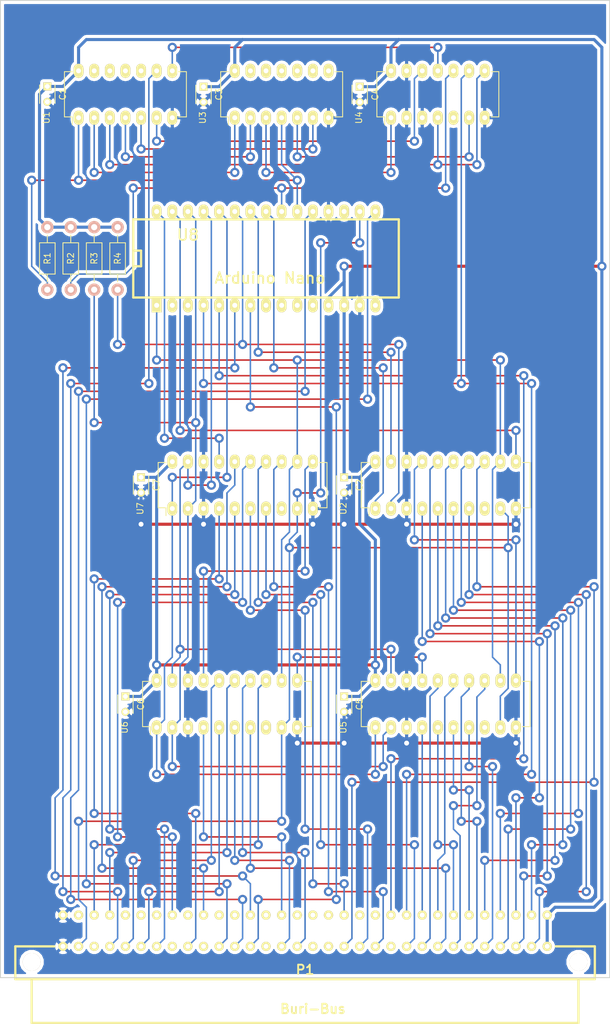
<source format=kicad_pcb>
(kicad_pcb (version 4) (host pcbnew 4.0.1-3.201512221401+6198~38~ubuntu15.10.1-stable)
  (layers (0 F.Cu signal) (31 B.Cu signal) (34 B.Paste user) (35 F.Paste user) (36 B.SilkS user) (37 F.SilkS user) (38 B.Mask user) (39 F.Mask user) (44 Edge.Cuts user))
  (net 0 "")
  (net 1 +5V)
  (net 2 GND)
  (net 3 /D0)
  (net 4 /D2)
  (net 5 /D7)
  (net 6 /A0)
  (net 7 /A3)
  (net 8 /A1)
  (net 9 /A8)
  (net 10 /A7)
  (net 11 /A16)
  (net 12 "Net-(P1-Pad11c)")
  (net 13 /A17)
  (net 14 /A18)
  (net 15 /D1)
  (net 16 "Net-(P1-Pad16c)")
  (net 17 /A11)
  (net 18 /A10)
  (net 19 /~NMI)
  (net 20 /~IRQ)
  (net 21 /R~W)
  (net 22 /A22)
  (net 23 /A20)
  (net 24 /A12)
  (net 25 /A15)
  (net 26 /PHI2)
  (net 27 /~RST)
  (net 28 /D5)
  (net 29 /D3)
  (net 30 /D6)
  (net 31 /D4)
  (net 32 /A2)
  (net 33 /A4)
  (net 34 /A5)
  (net 35 /A6)
  (net 36 /RDY)
  (net 37 /BE)
  (net 38 "Net-(P1-Pad12a)")
  (net 39 /A19)
  (net 40 "Net-(P1-Pad16a)")
  (net 41 /A14)
  (net 42 /SYNC)
  (net 43 /A23)
  (net 44 "Net-(P1-Pad24a)")
  (net 45 /A21)
  (net 46 /~IOSEL)
  (net 47 /A13)
  (net 48 /A9)
  (net 49 /STEP)
  (net 50 /HALT)
  (net 51 /~AOE)
  (net 52 /~DOE)
  (net 53 "Net-(U1-Pad2)")
  (net 54 "Net-(U1-Pad3)")
  (net 55 "Net-(U1-Pad4)")
  (net 56 "Net-(U1-Pad5)")
  (net 57 "Net-(U1-Pad6)")
  (net 58 "Net-(U1-Pad8)")
  (net 59 /DS0)
  (net 60 "Net-(U2-Pad8)")
  (net 61 /MOSI)
  (net 62 /SCLK)
  (net 63 "Net-(U3-Pad3)")
  (net 64 "Net-(U3-Pad5)")
  (net 65 "Net-(U4-Pad5)")
  (net 66 /AS0)
  (net 67 "Net-(U5-Pad8)")
  (net 68 "Net-(U2-Pad17)")
  (net 69 "Net-(U5-Pad17)")
  (net 70 /AS1)
  (net 71 "Net-(U6-Pad8)")
  (net 72 "Net-(U6-Pad17)")
  (net 73 "Net-(U7-Pad8)")
  (net 74 /MISO)
  (net 75 "Net-(U8-Pad2)")
  (net 76 "Net-(U8-Pad3)")
  (net 77 "Net-(U8-Pad8)")
  (net 78 "Net-(U8-Pad9)")
  (net 79 "Net-(U8-Pad10)")
  (net 80 "Net-(U8-Pad11)")
  (net 81 "Net-(U8-Pad15)")
  (net 82 "Net-(U8-Pad18)")
  (net 83 /DS1)
  (module Housings_DIP:DIP-20_W7.62mm_LongPads (layer F.Cu) (at 66.04 137.16 90)
    (fp_text reference U6 (at 0 -5.22 90) (layer F.SilkS))
    (fp_text value 74LS299)
    (pad 1 thru_hole oval (at 0 0 90) (size 2.3 1.6) (drill 0.8) (layers *.Cu *.Mask F.SilkS) (net 66 /AS0))
    (pad 2 thru_hole oval (at 0 2.54 90) (size 2.3 1.6) (drill 0.8) (layers *.Cu *.Mask F.SilkS) (net 51 /~AOE))
    (pad 3 thru_hole oval (at 0 5.08 90) (size 2.3 1.6) (drill 0.8) (layers *.Cu *.Mask F.SilkS) (net 2 GND))
    (pad 4 thru_hole oval (at 0 7.62 90) (size 2.3 1.6) (drill 0.8) (layers *.Cu *.Mask F.SilkS) (net 41 /A14))
    (pad 5 thru_hole oval (at 0 10.16 90) (size 2.3 1.6) (drill 0.8) (layers *.Cu *.Mask F.SilkS) (net 24 /A12))
    (pad 6 thru_hole oval (at 0 12.7 90) (size 2.3 1.6) (drill 0.8) (layers *.Cu *.Mask F.SilkS) (net 18 /A10))
    (pad 7 thru_hole oval (at 0 15.24 90) (size 2.3 1.6) (drill 0.8) (layers *.Cu *.Mask F.SilkS) (net 9 /A8))
    (pad 8 thru_hole oval (at 0 17.78 90) (size 2.3 1.6) (drill 0.8) (layers *.Cu *.Mask F.SilkS) (net 71 "Net-(U6-Pad8)"))
    (pad 9 thru_hole oval (at 0 20.32 90) (size 2.3 1.6) (drill 0.8) (layers *.Cu *.Mask F.SilkS) (net 27 /~RST))
    (pad 10 thru_hole oval (at 0 22.86 90) (size 2.3 1.6) (drill 0.8) (layers *.Cu *.Mask F.SilkS) (net 2 GND))
    (pad 11 thru_hole oval (at 7.62 22.86 90) (size 2.3 1.6) (drill 0.8) (layers *.Cu *.Mask F.SilkS) (net 69 "Net-(U5-Pad17)"))
    (pad 12 thru_hole oval (at 7.62 20.32 90) (size 2.3 1.6) (drill 0.8) (layers *.Cu *.Mask F.SilkS) (net 62 /SCLK))
    (pad 13 thru_hole oval (at 7.62 17.78 90) (size 2.3 1.6) (drill 0.8) (layers *.Cu *.Mask F.SilkS) (net 48 /A9))
    (pad 14 thru_hole oval (at 7.62 15.24 90) (size 2.3 1.6) (drill 0.8) (layers *.Cu *.Mask F.SilkS) (net 17 /A11))
    (pad 15 thru_hole oval (at 7.62 12.7 90) (size 2.3 1.6) (drill 0.8) (layers *.Cu *.Mask F.SilkS) (net 47 /A13))
    (pad 16 thru_hole oval (at 7.62 10.16 90) (size 2.3 1.6) (drill 0.8) (layers *.Cu *.Mask F.SilkS) (net 25 /A15))
    (pad 17 thru_hole oval (at 7.62 7.62 90) (size 2.3 1.6) (drill 0.8) (layers *.Cu *.Mask F.SilkS) (net 72 "Net-(U6-Pad17)"))
    (pad 18 thru_hole oval (at 7.62 5.08 90) (size 2.3 1.6) (drill 0.8) (layers *.Cu *.Mask F.SilkS) (net 2 GND))
    (pad 19 thru_hole oval (at 7.62 2.54 90) (size 2.3 1.6) (drill 0.8) (layers *.Cu *.Mask F.SilkS) (net 70 /AS1))
    (pad 20 thru_hole oval (at 7.62 0 90) (size 2.3 1.6) (drill 0.8) (layers *.Cu *.Mask F.SilkS) (net 1 +5V))
  )
  (module Capacitors_ThroughHole:C_Disc_D3_P2.5 (layer F.Cu) (at 48.26 33.02 270)
    (fp_text reference C1 (at 1.25 -2.5 270) (layer F.SilkS))
    (fp_text value 100n)
    (pad 1 thru_hole rect (at 0 0 270) (size 1.3 1.3) (drill 0.8) (layers *.Cu *.Mask F.SilkS) (net 1 +5V))
    (pad 2 thru_hole circle (at 2.5 0 270) (size 1.3 1.3) (drill 0.8001) (layers *.Cu *.Mask F.SilkS) (net 2 GND))
  )
  (module Capacitors_ThroughHole:C_Disc_D3_P2.5 (layer F.Cu) (at 96.52 96.52 270)
    (fp_text reference C2 (at 1.25 -2.5 270) (layer F.SilkS))
    (fp_text value 100n)
    (pad 1 thru_hole rect (at 0 0 270) (size 1.3 1.3) (drill 0.8) (layers *.Cu *.Mask F.SilkS) (net 1 +5V))
    (pad 2 thru_hole circle (at 2.5 0 270) (size 1.3 1.3) (drill 0.8001) (layers *.Cu *.Mask F.SilkS) (net 2 GND))
  )
  (module Capacitors_ThroughHole:C_Disc_D3_P2.5 (layer F.Cu) (at 73.66 33.06 270)
    (fp_text reference C3 (at 1.25 -2.5 270) (layer F.SilkS))
    (fp_text value 100n)
    (pad 1 thru_hole rect (at 0 0 270) (size 1.3 1.3) (drill 0.8) (layers *.Cu *.Mask F.SilkS) (net 1 +5V))
    (pad 2 thru_hole circle (at 2.5 0 270) (size 1.3 1.3) (drill 0.8001) (layers *.Cu *.Mask F.SilkS) (net 2 GND))
  )
  (module Capacitors_ThroughHole:C_Disc_D3_P2.5 (layer F.Cu) (at 99.06 33.06 270)
    (fp_text reference C4 (at 1.25 -2.5 270) (layer F.SilkS))
    (fp_text value 100n)
    (pad 1 thru_hole rect (at 0 0 270) (size 1.3 1.3) (drill 0.8) (layers *.Cu *.Mask F.SilkS) (net 1 +5V))
    (pad 2 thru_hole circle (at 2.5 0 270) (size 1.3 1.3) (drill 0.8001) (layers *.Cu *.Mask F.SilkS) (net 2 GND))
  )
  (module Capacitors_ThroughHole:C_Disc_D3_P2.5 (layer F.Cu) (at 96.52 132.12 270)
    (fp_text reference C5 (at 1.25 -2.5 270) (layer F.SilkS))
    (fp_text value 100n)
    (pad 1 thru_hole rect (at 0 0 270) (size 1.3 1.3) (drill 0.8) (layers *.Cu *.Mask F.SilkS) (net 1 +5V))
    (pad 2 thru_hole circle (at 2.5 0 270) (size 1.3 1.3) (drill 0.8001) (layers *.Cu *.Mask F.SilkS) (net 2 GND))
  )
  (module Capacitors_ThroughHole:C_Disc_D3_P2.5 (layer F.Cu) (at 60.96 132.12 270)
    (fp_text reference C6 (at 1.25 -2.5 270) (layer F.SilkS))
    (fp_text value 100n)
    (pad 1 thru_hole rect (at 0 0 270) (size 1.3 1.3) (drill 0.8) (layers *.Cu *.Mask F.SilkS) (net 1 +5V))
    (pad 2 thru_hole circle (at 2.5 0 270) (size 1.3 1.3) (drill 0.8001) (layers *.Cu *.Mask F.SilkS) (net 2 GND))
  )
  (module buri-bus-monitor:buri-bus-male (layer F.Cu) (at 90.17 170.18)
    (fp_text reference P1 (at 0 6.35) (layer F.SilkS) (effects (font (thickness 0.3048))))
    (fp_text value Buri-Bus (at 1.27 12.7) (layer F.SilkS) (effects (font (thickness 0.3048))))
    (pad 1c thru_hole circle (at 39.37 2.54 180) (size 1.50114 1.50114) (drill 0.8001) (layers *.Cu *.Mask F.SilkS) (net 1 +5V))
    (pad 2c thru_hole circle (at 36.83 2.54 180) (size 1.50114 1.50114) (drill 0.8001) (layers *.Cu *.Mask F.SilkS) (net 3 /D0))
    (pad 4c thru_hole circle (at 31.75 2.54 180) (size 1.50114 1.50114) (drill 0.8001) (layers *.Cu *.Mask F.SilkS) (net 4 /D2))
    (pad 3c thru_hole circle (at 34.29 2.54 180) (size 1.50114 1.50114) (drill 0.8001) (layers *.Cu *.Mask F.SilkS) (net 5 /D7))
    (pad 5c thru_hole circle (at 29.21 2.54 180) (size 1.50114 1.50114) (drill 0.8001) (layers *.Cu *.Mask F.SilkS) (net 6 /A0))
    (pad 6c thru_hole circle (at 26.67 2.54 180) (size 1.50114 1.50114) (drill 0.8001) (layers *.Cu *.Mask F.SilkS) (net 7 /A3))
    (pad 7c thru_hole circle (at 24.13 2.54 180) (size 1.50114 1.50114) (drill 0.8001) (layers *.Cu *.Mask F.SilkS) (net 8 /A1))
    (pad 8c thru_hole circle (at 21.59 2.54 180) (size 1.50114 1.50114) (drill 0.8001) (layers *.Cu *.Mask F.SilkS) (net 9 /A8))
    (pad 9c thru_hole circle (at 19.05 2.54 180) (size 1.50114 1.50114) (drill 0.8001) (layers *.Cu *.Mask F.SilkS) (net 10 /A7))
    (pad 10c thru_hole circle (at 16.51 2.54 180) (size 1.50114 1.50114) (drill 0.8001) (layers *.Cu *.Mask F.SilkS) (net 11 /A16))
    (pad 11c thru_hole circle (at 13.97 2.54 180) (size 1.50114 1.50114) (drill 0.8001) (layers *.Cu *.Mask F.SilkS) (net 12 "Net-(P1-Pad11c)"))
    (pad 12c thru_hole circle (at 11.43 2.54 180) (size 1.50114 1.50114) (drill 0.8001) (layers *.Cu *.Mask F.SilkS) (net 13 /A17))
    (pad 13c thru_hole circle (at 8.89 2.54 180) (size 1.50114 1.50114) (drill 0.8001) (layers *.Cu *.Mask F.SilkS) (net 14 /A18))
    (pad 14c thru_hole circle (at 6.35 2.54 180) (size 1.50114 1.50114) (drill 0.8001) (layers *.Cu *.Mask F.SilkS) (net 15 /D1))
    (pad 15c thru_hole circle (at 3.81 2.54 180) (size 1.50114 1.50114) (drill 0.8001) (layers *.Cu *.Mask F.SilkS))
    (pad 16c thru_hole circle (at 1.27 2.54 180) (size 1.50114 1.50114) (drill 0.8001) (layers *.Cu *.Mask F.SilkS) (net 16 "Net-(P1-Pad16c)"))
    (pad 17c thru_hole circle (at -1.27 2.54 180) (size 1.50114 1.50114) (drill 0.8001) (layers *.Cu *.Mask F.SilkS) (net 17 /A11))
    (pad 18c thru_hole circle (at -3.81 2.54 180) (size 1.50114 1.50114) (drill 0.8001) (layers *.Cu *.Mask F.SilkS) (net 18 /A10))
    (pad 19c thru_hole circle (at -6.35 2.54 180) (size 1.50114 1.50114) (drill 0.8001) (layers *.Cu *.Mask F.SilkS))
    (pad 20c thru_hole circle (at -8.89 2.54 180) (size 1.50114 1.50114) (drill 0.8001) (layers *.Cu *.Mask F.SilkS) (net 19 /~NMI))
    (pad 21c thru_hole circle (at -11.43 2.54 180) (size 1.50114 1.50114) (drill 0.8001) (layers *.Cu *.Mask F.SilkS) (net 20 /~IRQ))
    (pad 22c thru_hole circle (at -13.97 2.54 180) (size 1.50114 1.50114) (drill 0.8001) (layers *.Cu *.Mask F.SilkS) (net 21 /R~W))
    (pad 23c thru_hole circle (at -16.51 2.54 180) (size 1.50114 1.50114) (drill 0.8001) (layers *.Cu *.Mask F.SilkS))
    (pad 24c thru_hole circle (at -19.05 2.54 180) (size 1.50114 1.50114) (drill 0.8001) (layers *.Cu *.Mask F.SilkS) (net 22 /A22))
    (pad 25c thru_hole circle (at -21.59 2.54 180) (size 1.50114 1.50114) (drill 0.8001) (layers *.Cu *.Mask F.SilkS))
    (pad 26c thru_hole circle (at -24.13 2.54 180) (size 1.50114 1.50114) (drill 0.8001) (layers *.Cu *.Mask F.SilkS) (net 23 /A20))
    (pad 27c thru_hole circle (at -26.67 2.54 180) (size 1.50114 1.50114) (drill 0.8001) (layers *.Cu *.Mask F.SilkS) (net 24 /A12))
    (pad 28c thru_hole circle (at -29.21 2.54 180) (size 1.50114 1.50114) (drill 0.8001) (layers *.Cu *.Mask F.SilkS) (net 25 /A15))
    (pad 29c thru_hole circle (at -31.75 2.54 180) (size 1.50114 1.50114) (drill 0.8001) (layers *.Cu *.Mask F.SilkS) (net 26 /PHI2))
    (pad 30c thru_hole circle (at -34.29 2.54 180) (size 1.50114 1.50114) (drill 0.8001) (layers *.Cu *.Mask F.SilkS))
    (pad 31c thru_hole circle (at -36.83 2.54 180) (size 1.50114 1.50114) (drill 0.8001) (layers *.Cu *.Mask F.SilkS) (net 27 /~RST))
    (pad 32c thru_hole circle (at -39.37 2.54 180) (size 1.50114 1.50114) (drill 0.8001) (layers *.Cu *.Mask F.SilkS) (net 2 GND))
    (pad 1a thru_hole circle (at 39.37 -2.54 180) (size 1.50114 1.50114) (drill 0.8001) (layers *.Cu *.Mask F.SilkS) (net 1 +5V))
    (pad 2a thru_hole circle (at 36.83 -2.54 180) (size 1.50114 1.50114) (drill 0.8001) (layers *.Cu *.Mask F.SilkS) (net 28 /D5))
    (pad 4a thru_hole circle (at 31.75 -2.54 180) (size 1.50114 1.50114) (drill 0.8001) (layers *.Cu *.Mask F.SilkS) (net 29 /D3))
    (pad 3a thru_hole circle (at 34.29 -2.54 180) (size 1.50114 1.50114) (drill 0.8001) (layers *.Cu *.Mask F.SilkS) (net 30 /D6))
    (pad 5a thru_hole circle (at 29.21 -2.54 180) (size 1.50114 1.50114) (drill 0.8001) (layers *.Cu *.Mask F.SilkS) (net 31 /D4))
    (pad 6a thru_hole circle (at 26.67 -2.54 180) (size 1.50114 1.50114) (drill 0.8001) (layers *.Cu *.Mask F.SilkS) (net 32 /A2))
    (pad 7a thru_hole circle (at 24.13 -2.54 180) (size 1.50114 1.50114) (drill 0.8001) (layers *.Cu *.Mask F.SilkS) (net 33 /A4))
    (pad 8a thru_hole circle (at 21.59 -2.54 180) (size 1.50114 1.50114) (drill 0.8001) (layers *.Cu *.Mask F.SilkS) (net 34 /A5))
    (pad 9a thru_hole circle (at 19.05 -2.54 180) (size 1.50114 1.50114) (drill 0.8001) (layers *.Cu *.Mask F.SilkS) (net 35 /A6))
    (pad 10a thru_hole circle (at 16.51 -2.54 180) (size 1.50114 1.50114) (drill 0.8001) (layers *.Cu *.Mask F.SilkS) (net 36 /RDY))
    (pad 11a thru_hole circle (at 13.97 -2.54 180) (size 1.50114 1.50114) (drill 0.8001) (layers *.Cu *.Mask F.SilkS) (net 37 /BE))
    (pad 12a thru_hole circle (at 11.43 -2.54 180) (size 1.50114 1.50114) (drill 0.8001) (layers *.Cu *.Mask F.SilkS) (net 38 "Net-(P1-Pad12a)"))
    (pad 13a thru_hole circle (at 8.89 -2.54 180) (size 1.50114 1.50114) (drill 0.8001) (layers *.Cu *.Mask F.SilkS))
    (pad 14a thru_hole circle (at 6.35 -2.54 180) (size 1.50114 1.50114) (drill 0.8001) (layers *.Cu *.Mask F.SilkS) (net 39 /A19))
    (pad 15a thru_hole circle (at 3.81 -2.54 180) (size 1.50114 1.50114) (drill 0.8001) (layers *.Cu *.Mask F.SilkS))
    (pad 16a thru_hole circle (at 1.27 -2.54 180) (size 1.50114 1.50114) (drill 0.8001) (layers *.Cu *.Mask F.SilkS) (net 40 "Net-(P1-Pad16a)"))
    (pad 17a thru_hole circle (at -1.27 -2.54 180) (size 1.50114 1.50114) (drill 0.8001) (layers *.Cu *.Mask F.SilkS))
    (pad 18a thru_hole circle (at -3.81 -2.54 180) (size 1.50114 1.50114) (drill 0.8001) (layers *.Cu *.Mask F.SilkS) (net 41 /A14))
    (pad 19a thru_hole circle (at -6.35 -2.54 180) (size 1.50114 1.50114) (drill 0.8001) (layers *.Cu *.Mask F.SilkS))
    (pad 20a thru_hole circle (at -8.89 -2.54 180) (size 1.50114 1.50114) (drill 0.8001) (layers *.Cu *.Mask F.SilkS) (net 42 /SYNC))
    (pad 21a thru_hole circle (at -11.43 -2.54 180) (size 1.50114 1.50114) (drill 0.8001) (layers *.Cu *.Mask F.SilkS))
    (pad 22a thru_hole circle (at -13.97 -2.54 180) (size 1.50114 1.50114) (drill 0.8001) (layers *.Cu *.Mask F.SilkS))
    (pad 23a thru_hole circle (at -16.51 -2.54 180) (size 1.50114 1.50114) (drill 0.8001) (layers *.Cu *.Mask F.SilkS) (net 43 /A23))
    (pad 24a thru_hole circle (at -19.05 -2.54 180) (size 1.50114 1.50114) (drill 0.8001) (layers *.Cu *.Mask F.SilkS) (net 44 "Net-(P1-Pad24a)"))
    (pad 25a thru_hole circle (at -21.59 -2.54 180) (size 1.50114 1.50114) (drill 0.8001) (layers *.Cu *.Mask F.SilkS) (net 45 /A21))
    (pad 26a thru_hole circle (at -24.13 -2.54 180) (size 1.50114 1.50114) (drill 0.8001) (layers *.Cu *.Mask F.SilkS))
    (pad 27a thru_hole circle (at -26.67 -2.54 180) (size 1.50114 1.50114) (drill 0.8001) (layers *.Cu *.Mask F.SilkS) (net 46 /~IOSEL))
    (pad 28a thru_hole circle (at -29.21 -2.54 180) (size 1.50114 1.50114) (drill 0.8001) (layers *.Cu *.Mask F.SilkS))
    (pad 29a thru_hole circle (at -31.75 -2.54 180) (size 1.50114 1.50114) (drill 0.8001) (layers *.Cu *.Mask F.SilkS) (net 47 /A13))
    (pad 30a thru_hole circle (at -34.29 -2.54 180) (size 1.50114 1.50114) (drill 0.8001) (layers *.Cu *.Mask F.SilkS) (net 48 /A9))
    (pad 31a thru_hole circle (at -36.83 -2.54 180) (size 1.50114 1.50114) (drill 0.8001) (layers *.Cu *.Mask F.SilkS))
    (pad 32a thru_hole circle (at -39.37 -2.54 180) (size 1.50114 1.50114) (drill 0.8001) (layers *.Cu *.Mask F.SilkS) (net 2 GND))
    (pad 1 thru_hole circle (at -44.45 5.08) (size 2.90068 2.90068) (drill 2.90068) (layers *.Cu *.Mask F.SilkS))
    (pad 1 thru_hole circle (at 44.45 5.08) (size 2.90068 2.90068) (drill 2.90068) (layers *.Cu *.Mask F.SilkS))
  )
  (module Resistors_ThroughHole:Resistor_Horizontal_RM10mm (layer F.Cu) (at 48.26 60.96 90)
    (fp_text reference R1 (at 0 0 90) (layer F.SilkS))
    (fp_text value 3K3)
    (pad 1 thru_hole circle (at -5.08 0 90) (size 1.99898 1.99898) (drill 1.00076) (layers *.Cu *.SilkS *.Mask) (net 49 /STEP))
    (pad 2 thru_hole circle (at 5.08 0 90) (size 1.99898 1.99898) (drill 1.00076) (layers *.Cu *.SilkS *.Mask) (net 1 +5V))
  )
  (module Resistors_ThroughHole:Resistor_Horizontal_RM10mm (layer F.Cu) (at 52.07 60.96 90)
    (fp_text reference R2 (at 0 0 90) (layer F.SilkS))
    (fp_text value 3K3)
    (pad 1 thru_hole circle (at -5.08 0 90) (size 1.99898 1.99898) (drill 1.00076) (layers *.Cu *.SilkS *.Mask) (net 50 /HALT))
    (pad 2 thru_hole circle (at 5.08 0 90) (size 1.99898 1.99898) (drill 1.00076) (layers *.Cu *.SilkS *.Mask) (net 1 +5V))
  )
  (module Resistors_ThroughHole:Resistor_Horizontal_RM10mm (layer F.Cu) (at 55.88 60.96 90)
    (fp_text reference R3 (at 0 0 90) (layer F.SilkS))
    (fp_text value 3K3)
    (pad 1 thru_hole circle (at -5.08 0 90) (size 1.99898 1.99898) (drill 1.00076) (layers *.Cu *.SilkS *.Mask) (net 51 /~AOE))
    (pad 2 thru_hole circle (at 5.08 0 90) (size 1.99898 1.99898) (drill 1.00076) (layers *.Cu *.SilkS *.Mask) (net 1 +5V))
  )
  (module Resistors_ThroughHole:Resistor_Horizontal_RM10mm (layer F.Cu) (at 59.69 60.96 90)
    (fp_text reference R4 (at 0 0 90) (layer F.SilkS))
    (fp_text value 3K3)
    (pad 1 thru_hole circle (at -5.08 0 90) (size 1.99898 1.99898) (drill 1.00076) (layers *.Cu *.SilkS *.Mask) (net 52 /~DOE))
    (pad 2 thru_hole circle (at 5.08 0 90) (size 1.99898 1.99898) (drill 1.00076) (layers *.Cu *.SilkS *.Mask) (net 1 +5V))
  )
  (module Housings_DIP:DIP-14_W7.62mm_LongPads (layer F.Cu) (at 53.34 38.1 90)
    (fp_text reference U1 (at 0 -5.22 90) (layer F.SilkS))
    (fp_text value 74HC04)
    (pad 1 thru_hole oval (at 0 0 90) (size 2.3 1.6) (drill 0.8) (layers *.Cu *.Mask F.SilkS) (net 49 /STEP))
    (pad 2 thru_hole oval (at 0 2.54 90) (size 2.3 1.6) (drill 0.8) (layers *.Cu *.Mask F.SilkS) (net 53 "Net-(U1-Pad2)"))
    (pad 3 thru_hole oval (at 0 5.08 90) (size 2.3 1.6) (drill 0.8) (layers *.Cu *.Mask F.SilkS) (net 54 "Net-(U1-Pad3)"))
    (pad 4 thru_hole oval (at 0 7.62 90) (size 2.3 1.6) (drill 0.8) (layers *.Cu *.Mask F.SilkS) (net 55 "Net-(U1-Pad4)"))
    (pad 5 thru_hole oval (at 0 10.16 90) (size 2.3 1.6) (drill 0.8) (layers *.Cu *.Mask F.SilkS) (net 56 "Net-(U1-Pad5)"))
    (pad 6 thru_hole oval (at 0 12.7 90) (size 2.3 1.6) (drill 0.8) (layers *.Cu *.Mask F.SilkS) (net 57 "Net-(U1-Pad6)"))
    (pad 7 thru_hole oval (at 0 15.24 90) (size 2.3 1.6) (drill 0.8) (layers *.Cu *.Mask F.SilkS) (net 2 GND))
    (pad 8 thru_hole oval (at 7.62 15.24 90) (size 2.3 1.6) (drill 0.8) (layers *.Cu *.Mask F.SilkS) (net 58 "Net-(U1-Pad8)"))
    (pad 9 thru_hole oval (at 7.62 12.7 90) (size 2.3 1.6) (drill 0.8) (layers *.Cu *.Mask F.SilkS) (net 26 /PHI2))
    (pad 10 thru_hole oval (at 7.62 10.16 90) (size 2.3 1.6) (drill 0.8) (layers *.Cu *.Mask F.SilkS))
    (pad 11 thru_hole oval (at 7.62 7.62 90) (size 2.3 1.6) (drill 0.8) (layers *.Cu *.Mask F.SilkS))
    (pad 12 thru_hole oval (at 7.62 5.08 90) (size 2.3 1.6) (drill 0.8) (layers *.Cu *.Mask F.SilkS))
    (pad 13 thru_hole oval (at 7.62 2.54 90) (size 2.3 1.6) (drill 0.8) (layers *.Cu *.Mask F.SilkS))
    (pad 14 thru_hole oval (at 7.62 0 90) (size 2.3 1.6) (drill 0.8) (layers *.Cu *.Mask F.SilkS) (net 1 +5V))
  )
  (module Housings_DIP:DIP-14_W7.62mm_LongPads (layer F.Cu) (at 78.74 38.1 90)
    (fp_text reference U3 (at 0 -5.22 90) (layer F.SilkS))
    (fp_text value 74HC00)
    (pad 1 thru_hole oval (at 0 0 90) (size 2.3 1.6) (drill 0.8) (layers *.Cu *.Mask F.SilkS) (net 53 "Net-(U1-Pad2)"))
    (pad 2 thru_hole oval (at 0 2.54 90) (size 2.3 1.6) (drill 0.8) (layers *.Cu *.Mask F.SilkS) (net 55 "Net-(U1-Pad4)"))
    (pad 3 thru_hole oval (at 0 5.08 90) (size 2.3 1.6) (drill 0.8) (layers *.Cu *.Mask F.SilkS) (net 63 "Net-(U3-Pad3)"))
    (pad 4 thru_hole oval (at 0 7.62 90) (size 2.3 1.6) (drill 0.8) (layers *.Cu *.Mask F.SilkS) (net 49 /STEP))
    (pad 5 thru_hole oval (at 0 10.16 90) (size 2.3 1.6) (drill 0.8) (layers *.Cu *.Mask F.SilkS) (net 64 "Net-(U3-Pad5)"))
    (pad 6 thru_hole oval (at 0 12.7 90) (size 2.3 1.6) (drill 0.8) (layers *.Cu *.Mask F.SilkS) (net 56 "Net-(U1-Pad5)"))
    (pad 7 thru_hole oval (at 0 15.24 90) (size 2.3 1.6) (drill 0.8) (layers *.Cu *.Mask F.SilkS) (net 2 GND))
    (pad 8 thru_hole oval (at 7.62 15.24 90) (size 2.3 1.6) (drill 0.8) (layers *.Cu *.Mask F.SilkS))
    (pad 9 thru_hole oval (at 7.62 12.7 90) (size 2.3 1.6) (drill 0.8) (layers *.Cu *.Mask F.SilkS))
    (pad 10 thru_hole oval (at 7.62 10.16 90) (size 2.3 1.6) (drill 0.8) (layers *.Cu *.Mask F.SilkS))
    (pad 11 thru_hole oval (at 7.62 7.62 90) (size 2.3 1.6) (drill 0.8) (layers *.Cu *.Mask F.SilkS))
    (pad 12 thru_hole oval (at 7.62 5.08 90) (size 2.3 1.6) (drill 0.8) (layers *.Cu *.Mask F.SilkS))
    (pad 13 thru_hole oval (at 7.62 2.54 90) (size 2.3 1.6) (drill 0.8) (layers *.Cu *.Mask F.SilkS))
    (pad 14 thru_hole oval (at 7.62 0 90) (size 2.3 1.6) (drill 0.8) (layers *.Cu *.Mask F.SilkS) (net 1 +5V))
  )
  (module Housings_DIP:DIP-14_W7.62mm_LongPads (layer F.Cu) (at 104.14 38.1 90)
    (fp_text reference U4 (at 0 -5.22 90) (layer F.SilkS))
    (fp_text value 74HC74)
    (pad 1 thru_hole oval (at 0 0 90) (size 2.3 1.6) (drill 0.8) (layers *.Cu *.Mask F.SilkS) (net 63 "Net-(U3-Pad3)"))
    (pad 2 thru_hole oval (at 0 2.54 90) (size 2.3 1.6) (drill 0.8) (layers *.Cu *.Mask F.SilkS) (net 2 GND))
    (pad 3 thru_hole oval (at 0 5.08 90) (size 2.3 1.6) (drill 0.8) (layers *.Cu *.Mask F.SilkS) (net 2 GND))
    (pad 4 thru_hole oval (at 0 7.62 90) (size 2.3 1.6) (drill 0.8) (layers *.Cu *.Mask F.SilkS) (net 54 "Net-(U1-Pad3)"))
    (pad 5 thru_hole oval (at 0 10.16 90) (size 2.3 1.6) (drill 0.8) (layers *.Cu *.Mask F.SilkS) (net 65 "Net-(U4-Pad5)"))
    (pad 6 thru_hole oval (at 0 12.7 90) (size 2.3 1.6) (drill 0.8) (layers *.Cu *.Mask F.SilkS) (net 64 "Net-(U3-Pad5)"))
    (pad 7 thru_hole oval (at 0 15.24 90) (size 2.3 1.6) (drill 0.8) (layers *.Cu *.Mask F.SilkS) (net 2 GND))
    (pad 8 thru_hole oval (at 7.62 15.24 90) (size 2.3 1.6) (drill 0.8) (layers *.Cu *.Mask F.SilkS) (net 54 "Net-(U1-Pad3)"))
    (pad 9 thru_hole oval (at 7.62 12.7 90) (size 2.3 1.6) (drill 0.8) (layers *.Cu *.Mask F.SilkS) (net 36 /RDY))
    (pad 10 thru_hole oval (at 7.62 10.16 90) (size 2.3 1.6) (drill 0.8) (layers *.Cu *.Mask F.SilkS) (net 50 /HALT))
    (pad 11 thru_hole oval (at 7.62 7.62 90) (size 2.3 1.6) (drill 0.8) (layers *.Cu *.Mask F.SilkS) (net 58 "Net-(U1-Pad8)"))
    (pad 12 thru_hole oval (at 7.62 5.08 90) (size 2.3 1.6) (drill 0.8) (layers *.Cu *.Mask F.SilkS) (net 57 "Net-(U1-Pad6)"))
    (pad 13 thru_hole oval (at 7.62 2.54 90) (size 2.3 1.6) (drill 0.8) (layers *.Cu *.Mask F.SilkS) (net 2 GND))
    (pad 14 thru_hole oval (at 7.62 0 90) (size 2.3 1.6) (drill 0.8) (layers *.Cu *.Mask F.SilkS) (net 1 +5V))
  )
  (module Housings_DIP:DIP-20_W7.62mm_LongPads (layer F.Cu) (at 101.6 137.16 90)
    (fp_text reference U5 (at 0 -5.22 90) (layer F.SilkS))
    (fp_text value 74LS299)
    (pad 1 thru_hole oval (at 0 0 90) (size 2.3 1.6) (drill 0.8) (layers *.Cu *.Mask F.SilkS) (net 66 /AS0))
    (pad 2 thru_hole oval (at 0 2.54 90) (size 2.3 1.6) (drill 0.8) (layers *.Cu *.Mask F.SilkS) (net 51 /~AOE))
    (pad 3 thru_hole oval (at 0 5.08 90) (size 2.3 1.6) (drill 0.8) (layers *.Cu *.Mask F.SilkS) (net 2 GND))
    (pad 4 thru_hole oval (at 0 7.62 90) (size 2.3 1.6) (drill 0.8) (layers *.Cu *.Mask F.SilkS) (net 35 /A6))
    (pad 5 thru_hole oval (at 0 10.16 90) (size 2.3 1.6) (drill 0.8) (layers *.Cu *.Mask F.SilkS) (net 33 /A4))
    (pad 6 thru_hole oval (at 0 12.7 90) (size 2.3 1.6) (drill 0.8) (layers *.Cu *.Mask F.SilkS) (net 32 /A2))
    (pad 7 thru_hole oval (at 0 15.24 90) (size 2.3 1.6) (drill 0.8) (layers *.Cu *.Mask F.SilkS) (net 6 /A0))
    (pad 8 thru_hole oval (at 0 17.78 90) (size 2.3 1.6) (drill 0.8) (layers *.Cu *.Mask F.SilkS) (net 67 "Net-(U5-Pad8)"))
    (pad 9 thru_hole oval (at 0 20.32 90) (size 2.3 1.6) (drill 0.8) (layers *.Cu *.Mask F.SilkS) (net 27 /~RST))
    (pad 10 thru_hole oval (at 0 22.86 90) (size 2.3 1.6) (drill 0.8) (layers *.Cu *.Mask F.SilkS) (net 2 GND))
    (pad 11 thru_hole oval (at 7.62 22.86 90) (size 2.3 1.6) (drill 0.8) (layers *.Cu *.Mask F.SilkS) (net 68 "Net-(U2-Pad17)"))
    (pad 12 thru_hole oval (at 7.62 20.32 90) (size 2.3 1.6) (drill 0.8) (layers *.Cu *.Mask F.SilkS) (net 62 /SCLK))
    (pad 13 thru_hole oval (at 7.62 17.78 90) (size 2.3 1.6) (drill 0.8) (layers *.Cu *.Mask F.SilkS) (net 8 /A1))
    (pad 14 thru_hole oval (at 7.62 15.24 90) (size 2.3 1.6) (drill 0.8) (layers *.Cu *.Mask F.SilkS) (net 7 /A3))
    (pad 15 thru_hole oval (at 7.62 12.7 90) (size 2.3 1.6) (drill 0.8) (layers *.Cu *.Mask F.SilkS) (net 34 /A5))
    (pad 16 thru_hole oval (at 7.62 10.16 90) (size 2.3 1.6) (drill 0.8) (layers *.Cu *.Mask F.SilkS) (net 10 /A7))
    (pad 17 thru_hole oval (at 7.62 7.62 90) (size 2.3 1.6) (drill 0.8) (layers *.Cu *.Mask F.SilkS) (net 69 "Net-(U5-Pad17)"))
    (pad 18 thru_hole oval (at 7.62 5.08 90) (size 2.3 1.6) (drill 0.8) (layers *.Cu *.Mask F.SilkS) (net 2 GND))
    (pad 19 thru_hole oval (at 7.62 2.54 90) (size 2.3 1.6) (drill 0.8) (layers *.Cu *.Mask F.SilkS) (net 70 /AS1))
    (pad 20 thru_hole oval (at 7.62 0 90) (size 2.3 1.6) (drill 0.8) (layers *.Cu *.Mask F.SilkS) (net 1 +5V))
  )
  (module Housings_DIP:DIP-20_W7.62mm_LongPads (layer F.Cu) (at 68.58 101.6 90)
    (fp_text reference U7 (at 0 -5.22 90) (layer F.SilkS))
    (fp_text value 74LS299)
    (pad 1 thru_hole oval (at 0 0 90) (size 2.3 1.6) (drill 0.8) (layers *.Cu *.Mask F.SilkS) (net 66 /AS0))
    (pad 2 thru_hole oval (at 0 2.54 90) (size 2.3 1.6) (drill 0.8) (layers *.Cu *.Mask F.SilkS) (net 51 /~AOE))
    (pad 3 thru_hole oval (at 0 5.08 90) (size 2.3 1.6) (drill 0.8) (layers *.Cu *.Mask F.SilkS) (net 2 GND))
    (pad 4 thru_hole oval (at 0 7.62 90) (size 2.3 1.6) (drill 0.8) (layers *.Cu *.Mask F.SilkS) (net 22 /A22))
    (pad 5 thru_hole oval (at 0 10.16 90) (size 2.3 1.6) (drill 0.8) (layers *.Cu *.Mask F.SilkS) (net 23 /A20))
    (pad 6 thru_hole oval (at 0 12.7 90) (size 2.3 1.6) (drill 0.8) (layers *.Cu *.Mask F.SilkS) (net 14 /A18))
    (pad 7 thru_hole oval (at 0 15.24 90) (size 2.3 1.6) (drill 0.8) (layers *.Cu *.Mask F.SilkS) (net 11 /A16))
    (pad 8 thru_hole oval (at 0 17.78 90) (size 2.3 1.6) (drill 0.8) (layers *.Cu *.Mask F.SilkS) (net 73 "Net-(U7-Pad8)"))
    (pad 9 thru_hole oval (at 0 20.32 90) (size 2.3 1.6) (drill 0.8) (layers *.Cu *.Mask F.SilkS) (net 27 /~RST))
    (pad 10 thru_hole oval (at 0 22.86 90) (size 2.3 1.6) (drill 0.8) (layers *.Cu *.Mask F.SilkS) (net 2 GND))
    (pad 11 thru_hole oval (at 7.62 22.86 90) (size 2.3 1.6) (drill 0.8) (layers *.Cu *.Mask F.SilkS) (net 72 "Net-(U6-Pad17)"))
    (pad 12 thru_hole oval (at 7.62 20.32 90) (size 2.3 1.6) (drill 0.8) (layers *.Cu *.Mask F.SilkS) (net 62 /SCLK))
    (pad 13 thru_hole oval (at 7.62 17.78 90) (size 2.3 1.6) (drill 0.8) (layers *.Cu *.Mask F.SilkS) (net 13 /A17))
    (pad 14 thru_hole oval (at 7.62 15.24 90) (size 2.3 1.6) (drill 0.8) (layers *.Cu *.Mask F.SilkS) (net 39 /A19))
    (pad 15 thru_hole oval (at 7.62 12.7 90) (size 2.3 1.6) (drill 0.8) (layers *.Cu *.Mask F.SilkS) (net 45 /A21))
    (pad 16 thru_hole oval (at 7.62 10.16 90) (size 2.3 1.6) (drill 0.8) (layers *.Cu *.Mask F.SilkS) (net 43 /A23))
    (pad 17 thru_hole oval (at 7.62 7.62 90) (size 2.3 1.6) (drill 0.8) (layers *.Cu *.Mask F.SilkS) (net 74 /MISO))
    (pad 18 thru_hole oval (at 7.62 5.08 90) (size 2.3 1.6) (drill 0.8) (layers *.Cu *.Mask F.SilkS) (net 2 GND))
    (pad 19 thru_hole oval (at 7.62 2.54 90) (size 2.3 1.6) (drill 0.8) (layers *.Cu *.Mask F.SilkS) (net 70 /AS1))
    (pad 20 thru_hole oval (at 7.62 0 90) (size 2.3 1.6) (drill 0.8) (layers *.Cu *.Mask F.SilkS) (net 1 +5V))
  )
  (module buri-bus-monitor:arduino_mini (layer F.Cu) (at 85.09 60.96)
    (fp_text reference U8 (at -13.97 -3.81) (layer F.SilkS) (effects (font (size 1.778 1.778) (thickness 0.3048))))
    (fp_text value "Arduino Nano" (at -0.635 3.175) (layer F.SilkS) (effects (font (size 1.778 1.778) (thickness 0.3048))))
    (pad 1 thru_hole rect (at -19.05 7.62) (size 1.5748 2.286) (drill 0.8128) (layers *.Cu *.Mask F.SilkS) (net 62 /SCLK))
    (pad 2 thru_hole oval (at -16.51 7.62) (size 1.5748 2.286) (drill 0.8128) (layers *.Cu *.Mask F.SilkS) (net 75 "Net-(U8-Pad2)"))
    (pad 3 thru_hole oval (at -13.97 7.62) (size 1.5748 2.286) (drill 0.8128) (layers *.Cu *.Mask F.SilkS) (net 76 "Net-(U8-Pad3)"))
    (pad 4 thru_hole oval (at -11.43 7.62) (size 1.5748 2.286) (drill 0.8128) (layers *.Cu *.Mask F.SilkS) (net 36 /RDY))
    (pad 5 thru_hole oval (at -8.89 7.62) (size 1.5748 2.286) (drill 0.8128) (layers *.Cu *.Mask F.SilkS) (net 37 /BE))
    (pad 6 thru_hole oval (at -6.35 7.62) (size 1.5748 2.286) (drill 0.8128) (layers *.Cu *.Mask F.SilkS) (net 42 /SYNC))
    (pad 7 thru_hole oval (at -3.81 7.62) (size 1.5748 2.286) (drill 0.8128) (layers *.Cu *.Mask F.SilkS) (net 19 /~NMI))
    (pad 8 thru_hole oval (at -1.27 7.62) (size 1.5748 2.286) (drill 0.8128) (layers *.Cu *.Mask F.SilkS) (net 77 "Net-(U8-Pad8)"))
    (pad 9 thru_hole oval (at 1.27 7.62) (size 1.5748 2.286) (drill 0.8128) (layers *.Cu *.Mask F.SilkS) (net 78 "Net-(U8-Pad9)"))
    (pad 10 thru_hole oval (at 3.81 7.62) (size 1.5748 2.286) (drill 0.8128) (layers *.Cu *.Mask F.SilkS) (net 79 "Net-(U8-Pad10)"))
    (pad 11 thru_hole oval (at 6.35 7.62) (size 1.5748 2.286) (drill 0.8128) (layers *.Cu *.Mask F.SilkS) (net 80 "Net-(U8-Pad11)"))
    (pad 12 thru_hole oval (at 8.89 7.62) (size 1.5748 2.286) (drill 0.8128) (layers *.Cu *.Mask F.SilkS) (net 1 +5V))
    (pad 13 thru_hole oval (at 11.43 7.62) (size 1.5748 2.286) (drill 0.8128) (layers *.Cu *.Mask F.SilkS) (net 1 +5V))
    (pad 14 thru_hole oval (at 13.97 7.62) (size 1.5748 2.286) (drill 0.8128) (layers *.Cu *.Mask F.SilkS) (net 2 GND))
    (pad 15 thru_hole oval (at 16.51 7.62) (size 1.5748 2.286) (drill 0.8128) (layers *.Cu *.Mask F.SilkS) (net 81 "Net-(U8-Pad15)"))
    (pad 16 thru_hole oval (at 16.51 -7.62) (size 1.5748 2.286) (drill 0.8128) (layers *.Cu *.Mask F.SilkS) (net 21 /R~W))
    (pad 17 thru_hole oval (at 13.97 -7.62) (size 1.5748 2.286) (drill 0.8128) (layers *.Cu *.Mask F.SilkS) (net 27 /~RST))
    (pad 18 thru_hole oval (at 11.43 -7.62) (size 1.5748 2.286) (drill 0.8128) (layers *.Cu *.Mask F.SilkS) (net 82 "Net-(U8-Pad18)"))
    (pad 19 thru_hole oval (at 8.89 -7.62) (size 1.5748 2.286) (drill 0.8128) (layers *.Cu *.Mask F.SilkS) (net 2 GND))
    (pad 20 thru_hole oval (at 6.35 -7.62) (size 1.5748 2.286) (drill 0.8128) (layers *.Cu *.Mask F.SilkS) (net 20 /~IRQ))
    (pad 21 thru_hole oval (at 3.81 -7.62) (size 1.5748 2.286) (drill 0.8128) (layers *.Cu *.Mask F.SilkS) (net 49 /STEP))
    (pad 22 thru_hole oval (at 1.27 -7.62) (size 1.5748 2.286) (drill 0.8128) (layers *.Cu *.Mask F.SilkS) (net 50 /HALT))
    (pad 23 thru_hole oval (at -1.27 -7.62) (size 1.5748 2.286) (drill 0.8128) (layers *.Cu *.Mask F.SilkS) (net 59 /DS0))
    (pad 24 thru_hole oval (at -3.81 -7.62) (size 1.5748 2.286) (drill 0.8128) (layers *.Cu *.Mask F.SilkS) (net 83 /DS1))
    (pad 25 thru_hole oval (at -6.35 -7.62) (size 1.5748 2.286) (drill 0.8128) (layers *.Cu *.Mask F.SilkS) (net 52 /~DOE))
    (pad 26 thru_hole oval (at -8.89 -7.62) (size 1.5748 2.286) (drill 0.8128) (layers *.Cu *.Mask F.SilkS) (net 66 /AS0))
    (pad 27 thru_hole oval (at -11.43 -7.62) (size 1.5748 2.286) (drill 0.8128) (layers *.Cu *.Mask F.SilkS) (net 70 /AS1))
    (pad 28 thru_hole oval (at -13.97 -7.62) (size 1.5748 2.286) (drill 0.8128) (layers *.Cu *.Mask F.SilkS) (net 51 /~AOE))
    (pad 29 thru_hole oval (at -16.51 -7.62) (size 1.5748 2.286) (drill 0.8128) (layers *.Cu *.Mask F.SilkS) (net 61 /MOSI))
    (pad 30 thru_hole oval (at -19.05 -7.62) (size 1.5748 2.286) (drill 0.8128) (layers *.Cu *.Mask F.SilkS) (net 74 /MISO))
  )
  (module Housings_DIP:DIP-20_W7.62mm_LongPads (layer F.Cu) (at 101.6 101.6 90)
    (fp_text reference U2 (at 0 -5.22 90) (layer F.SilkS))
    (fp_text value 74LS299)
    (pad 1 thru_hole oval (at 0 0 90) (size 2.3 1.6) (drill 0.8) (layers *.Cu *.Mask F.SilkS) (net 59 /DS0))
    (pad 2 thru_hole oval (at 0 2.54 90) (size 2.3 1.6) (drill 0.8) (layers *.Cu *.Mask F.SilkS) (net 52 /~DOE))
    (pad 3 thru_hole oval (at 0 5.08 90) (size 2.3 1.6) (drill 0.8) (layers *.Cu *.Mask F.SilkS) (net 2 GND))
    (pad 4 thru_hole oval (at 0 7.62 90) (size 2.3 1.6) (drill 0.8) (layers *.Cu *.Mask F.SilkS) (net 30 /D6))
    (pad 5 thru_hole oval (at 0 10.16 90) (size 2.3 1.6) (drill 0.8) (layers *.Cu *.Mask F.SilkS) (net 31 /D4))
    (pad 6 thru_hole oval (at 0 12.7 90) (size 2.3 1.6) (drill 0.8) (layers *.Cu *.Mask F.SilkS) (net 4 /D2))
    (pad 7 thru_hole oval (at 0 15.24 90) (size 2.3 1.6) (drill 0.8) (layers *.Cu *.Mask F.SilkS) (net 3 /D0))
    (pad 8 thru_hole oval (at 0 17.78 90) (size 2.3 1.6) (drill 0.8) (layers *.Cu *.Mask F.SilkS) (net 60 "Net-(U2-Pad8)"))
    (pad 9 thru_hole oval (at 0 20.32 90) (size 2.3 1.6) (drill 0.8) (layers *.Cu *.Mask F.SilkS) (net 27 /~RST))
    (pad 10 thru_hole oval (at 0 22.86 90) (size 2.3 1.6) (drill 0.8) (layers *.Cu *.Mask F.SilkS) (net 2 GND))
    (pad 11 thru_hole oval (at 7.62 22.86 90) (size 2.3 1.6) (drill 0.8) (layers *.Cu *.Mask F.SilkS) (net 61 /MOSI))
    (pad 12 thru_hole oval (at 7.62 20.32 90) (size 2.3 1.6) (drill 0.8) (layers *.Cu *.Mask F.SilkS) (net 62 /SCLK))
    (pad 13 thru_hole oval (at 7.62 17.78 90) (size 2.3 1.6) (drill 0.8) (layers *.Cu *.Mask F.SilkS) (net 15 /D1))
    (pad 14 thru_hole oval (at 7.62 15.24 90) (size 2.3 1.6) (drill 0.8) (layers *.Cu *.Mask F.SilkS) (net 29 /D3))
    (pad 15 thru_hole oval (at 7.62 12.7 90) (size 2.3 1.6) (drill 0.8) (layers *.Cu *.Mask F.SilkS) (net 28 /D5))
    (pad 16 thru_hole oval (at 7.62 10.16 90) (size 2.3 1.6) (drill 0.8) (layers *.Cu *.Mask F.SilkS) (net 5 /D7))
    (pad 17 thru_hole oval (at 7.62 7.62 90) (size 2.3 1.6) (drill 0.8) (layers *.Cu *.Mask F.SilkS) (net 68 "Net-(U2-Pad17)"))
    (pad 18 thru_hole oval (at 7.62 5.08 90) (size 2.3 1.6) (drill 0.8) (layers *.Cu *.Mask F.SilkS) (net 2 GND))
    (pad 19 thru_hole oval (at 7.62 2.54 90) (size 2.3 1.6) (drill 0.8) (layers *.Cu *.Mask F.SilkS) (net 83 /DS1))
    (pad 20 thru_hole oval (at 7.62 0 90) (size 2.3 1.6) (drill 0.8) (layers *.Cu *.Mask F.SilkS) (net 1 +5V))
  )
  (module Capacitors_ThroughHole:C_Disc_D3_P2.5 (layer F.Cu) (at 63.5 96.52 270)
    (fp_text reference C7 (at 1.25 -2.5 270) (layer F.SilkS))
    (fp_text value 100n)
    (pad 1 thru_hole rect (at 0 0 270) (size 1.3 1.3) (drill 0.8) (layers *.Cu *.Mask F.SilkS) (net 1 +5V))
    (pad 2 thru_hole circle (at 2.5 0 270) (size 1.3 1.3) (drill 0.8001) (layers *.Cu *.Mask F.SilkS) (net 2 GND))
  )
  (gr_line (start 40.64 19.05) (end 40.64 177.8) (angle 90) (layer Edge.Cuts) (width 0.15))
  (gr_line (start 139.7 19.05) (end 40.64 19.05) (angle 90) (layer Edge.Cuts) (width 0.15))
  (gr_line (start 139.7 177.8) (end 139.7 19.05) (angle 90) (layer Edge.Cuts) (width 0.15))
  (gr_line (start 40.64 177.8) (end 139.7 177.8) (angle 90) (layer Edge.Cuts) (width 0.15))
  (segment (start 96.52 68.58) (end 96.52 64.77) (width 0.5) (layer B.Cu) (net 1))
  (segment (start 96.52 64.77) (end 96.52 62.23) (width 0.5) (layer B.Cu) (net 1))
  (segment (start 93.98 67.31) (end 96.52 64.77) (width 0.5) (layer B.Cu) (net 1))
  (segment (start 93.98 68.58) (end 93.98 67.31) (width 0.5) (layer B.Cu) (net 1))
  (segment (start 138.43 62.23) (end 138.43 165.1) (width 0.5) (layer B.Cu) (net 1))
  (segment (start 138.43 165.1) (end 137.16 166.37) (width 0.5) (layer B.Cu) (net 1))
  (segment (start 137.16 166.37) (end 130.81 166.37) (width 0.5) (layer B.Cu) (net 1))
  (segment (start 130.81 166.37) (end 129.54 167.64) (width 0.5) (layer B.Cu) (net 1))
  (segment (start 138.43 62.23) (end 138.43 26.67) (width 0.5) (layer B.Cu) (net 1))
  (segment (start 96.52 62.23) (end 138.43 62.23) (width 0.5) (layer F.Cu) (net 1))
  (via (at 138.43 62.23) (size 1.5) (drill 0.8) (layers F.Cu B.Cu) (net 1))
  (via (at 96.52 62.23) (size 1.5) (drill 0.8) (layers F.Cu B.Cu) (net 1))
  (segment (start 96.52 68.58) (end 96.52 96.52) (width 0.5) (layer B.Cu) (net 1))
  (segment (start 101.6 106.68) (end 99.06 104.14) (width 0.5) (layer B.Cu) (net 1))
  (segment (start 99.06 104.14) (end 99.06 96.52) (width 0.5) (layer B.Cu) (net 1))
  (segment (start 101.6 127) (end 101.6 106.68) (width 0.5) (layer B.Cu) (net 1))
  (segment (start 66.04 127) (end 66.04 96.52) (width 0.5) (layer B.Cu) (net 1))
  (segment (start 66.04 127) (end 66.04 129.54) (width 0.5) (layer B.Cu) (net 1))
  (segment (start 101.6 127) (end 66.04 127) (width 0.5) (layer F.Cu) (net 1))
  (via (at 66.04 127) (size 1.5) (drill 0.8) (layers F.Cu B.Cu) (net 1))
  (segment (start 101.6 129.54) (end 101.6 127) (width 0.5) (layer B.Cu) (net 1))
  (via (at 101.6 127) (size 1.5) (drill 0.8) (layers F.Cu B.Cu) (net 1))
  (segment (start 46.99 54.61) (end 48.26 55.88) (width 0.5) (layer B.Cu) (net 1))
  (segment (start 46.99 34.29) (end 46.99 54.61) (width 0.5) (layer B.Cu) (net 1))
  (segment (start 48.26 33.02) (end 46.99 34.29) (width 0.5) (layer B.Cu) (net 1))
  (segment (start 52.07 55.88) (end 48.26 55.88) (width 0.5) (layer B.Cu) (net 1))
  (segment (start 55.88 55.88) (end 52.07 55.88) (width 0.5) (layer B.Cu) (net 1))
  (segment (start 59.69 55.88) (end 55.88 55.88) (width 0.5) (layer B.Cu) (net 1))
  (segment (start 137.16 25.4) (end 105.41 25.4) (width 0.5) (layer B.Cu) (net 1))
  (segment (start 105.41 25.4) (end 80.01 25.4) (width 0.5) (layer B.Cu) (net 1))
  (segment (start 104.14 26.67) (end 105.41 25.4) (width 0.5) (layer B.Cu) (net 1))
  (segment (start 54.61 25.4) (end 80.01 25.4) (width 0.5) (layer B.Cu) (net 1))
  (segment (start 78.74 26.67) (end 80.01 25.4) (width 0.5) (layer B.Cu) (net 1))
  (segment (start 138.43 26.67) (end 137.16 25.4) (width 0.5) (layer B.Cu) (net 1))
  (segment (start 104.14 26.67) (end 104.14 30.48) (width 0.5) (layer B.Cu) (net 1))
  (segment (start 78.74 26.67) (end 78.74 30.48) (width 0.5) (layer B.Cu) (net 1))
  (segment (start 53.34 26.67) (end 54.61 25.4) (width 0.5) (layer B.Cu) (net 1))
  (segment (start 53.34 30.48) (end 53.34 26.67) (width 0.5) (layer B.Cu) (net 1))
  (segment (start 99.06 33.06) (end 101.56 33.06) (width 0.5) (layer B.Cu) (net 1))
  (segment (start 101.56 33.06) (end 104.14 30.48) (width 0.5) (layer B.Cu) (net 1))
  (segment (start 48.26 33.02) (end 50.8 33.02) (width 0.5) (layer B.Cu) (net 1))
  (segment (start 50.8 33.02) (end 53.34 30.48) (width 0.5) (layer B.Cu) (net 1))
  (segment (start 73.66 33.06) (end 76.16 33.06) (width 0.5) (layer B.Cu) (net 1))
  (segment (start 76.16 33.06) (end 78.74 30.48) (width 0.5) (layer B.Cu) (net 1))
  (segment (start 129.54 167.64) (end 129.54 172.72) (width 0.5) (layer B.Cu) (net 1))
  (segment (start 63.5 96.52) (end 66.04 96.52) (width 0.5) (layer B.Cu) (net 1))
  (segment (start 66.04 96.52) (end 68.58 93.98) (width 0.5) (layer B.Cu) (net 1))
  (segment (start 96.52 96.52) (end 99.06 96.52) (width 0.5) (layer B.Cu) (net 1))
  (segment (start 99.06 96.52) (end 101.6 93.98) (width 0.5) (layer B.Cu) (net 1))
  (segment (start 60.96 132.12) (end 63.46 132.12) (width 0.5) (layer B.Cu) (net 1))
  (segment (start 63.46 132.12) (end 66.04 129.54) (width 0.5) (layer B.Cu) (net 1))
  (segment (start 96.52 132.12) (end 99.02 132.12) (width 0.5) (layer B.Cu) (net 1))
  (segment (start 99.02 132.12) (end 101.6 129.54) (width 0.5) (layer B.Cu) (net 1))
  (segment (start 88.9 139.7) (end 96.52 139.7) (width 0.5) (layer F.Cu) (net 2))
  (segment (start 96.52 139.7) (end 106.68 139.7) (width 0.5) (layer F.Cu) (net 2))
  (segment (start 96.52 134.62) (end 96.52 139.7) (width 0.5) (layer B.Cu) (net 2))
  (via (at 96.52 139.7) (size 1.5) (drill 0.8) (layers F.Cu B.Cu) (net 2))
  (segment (start 88.9 137.16) (end 88.9 139.7) (width 0.5) (layer B.Cu) (net 2))
  (via (at 88.9 139.7) (size 1.5) (drill 0.8) (layers F.Cu B.Cu) (net 2))
  (segment (start 124.46 139.7) (end 124.46 137.16) (width 0.5) (layer B.Cu) (net 2))
  (segment (start 106.68 139.7) (end 124.46 139.7) (width 0.5) (layer F.Cu) (net 2))
  (via (at 124.46 139.7) (size 1.5) (drill 0.8) (layers F.Cu B.Cu) (net 2))
  (segment (start 106.68 137.16) (end 106.68 139.7) (width 0.5) (layer B.Cu) (net 2))
  (via (at 106.68 139.7) (size 1.5) (drill 0.8) (layers F.Cu B.Cu) (net 2))
  (segment (start 106.68 129.54) (end 106.68 137.16) (width 0.5) (layer B.Cu) (net 2))
  (segment (start 63.5 104.14) (end 73.66 104.14) (width 0.5) (layer F.Cu) (net 2))
  (segment (start 63.5 99.02) (end 63.5 104.14) (width 0.5) (layer B.Cu) (net 2))
  (via (at 63.5 104.14) (size 1.5) (drill 0.8) (layers F.Cu B.Cu) (net 2))
  (segment (start 73.66 104.14) (end 91.44 104.14) (width 0.5) (layer F.Cu) (net 2))
  (segment (start 73.66 101.6) (end 73.66 104.14) (width 0.5) (layer B.Cu) (net 2))
  (via (at 73.66 104.14) (size 1.5) (drill 0.8) (layers F.Cu B.Cu) (net 2))
  (segment (start 91.44 104.14) (end 96.52 104.14) (width 0.5) (layer F.Cu) (net 2))
  (segment (start 96.52 104.14) (end 106.68 104.14) (width 0.5) (layer F.Cu) (net 2))
  (segment (start 96.52 99.02) (end 96.52 104.14) (width 0.5) (layer B.Cu) (net 2))
  (via (at 96.52 104.14) (size 1.5) (drill 0.8) (layers F.Cu B.Cu) (net 2))
  (segment (start 91.44 101.6) (end 91.44 104.14) (width 0.5) (layer B.Cu) (net 2))
  (via (at 91.44 104.14) (size 1.5) (drill 0.8) (layers F.Cu B.Cu) (net 2))
  (segment (start 106.68 104.14) (end 124.46 104.14) (width 0.5) (layer F.Cu) (net 2))
  (via (at 106.68 104.14) (size 1.5) (drill 0.8) (layers F.Cu B.Cu) (net 2))
  (segment (start 106.68 101.6) (end 106.68 104.14) (width 0.5) (layer B.Cu) (net 2))
  (segment (start 124.46 104.14) (end 124.46 101.6) (width 0.5) (layer B.Cu) (net 2))
  (via (at 124.46 104.14) (size 1.5) (drill 0.8) (layers F.Cu B.Cu) (net 2))
  (segment (start 106.68 93.98) (end 106.68 101.6) (width 0.5) (layer B.Cu) (net 2))
  (via (at 135.89 115.57) (size 1.5) (drill 0.8) (layers F.Cu B.Cu) (net 3))
  (segment (start 135.89 115.57) (end 116.84 115.57) (width 0.25) (layer F.Cu) (net 3))
  (segment (start 135.89 115.57) (end 135.89 163.83) (width 0.25) (layer B.Cu) (net 3))
  (via (at 116.84 115.57) (size 1.5) (drill 0.8) (layers F.Cu B.Cu) (net 3))
  (segment (start 116.84 101.6) (end 116.84 115.57) (width 0.25) (layer B.Cu) (net 3))
  (segment (start 128.27 163.83) (end 128.27 171.45) (width 0.25) (layer B.Cu) (net 3))
  (segment (start 128.27 171.45) (end 127 172.72) (width 0.25) (layer B.Cu) (net 3))
  (segment (start 135.89 163.83) (end 128.27 163.83) (width 0.25) (layer F.Cu) (net 3))
  (via (at 128.27 163.83) (size 1.5) (drill 0.8) (layers F.Cu B.Cu) (net 3))
  (via (at 135.89 163.83) (size 1.5) (drill 0.8) (layers F.Cu B.Cu) (net 3))
  (via (at 133.35 118.11) (size 1.5) (drill 0.8) (layers F.Cu B.Cu) (net 4))
  (segment (start 133.35 118.11) (end 133.35 153.67) (width 0.25) (layer B.Cu) (net 4))
  (segment (start 133.35 118.11) (end 114.3 118.11) (width 0.25) (layer F.Cu) (net 4))
  (via (at 114.3 118.11) (size 1.5) (drill 0.8) (layers F.Cu B.Cu) (net 4))
  (segment (start 114.3 101.6) (end 114.3 118.11) (width 0.25) (layer B.Cu) (net 4))
  (segment (start 123.19 153.67) (end 123.19 171.45) (width 0.25) (layer B.Cu) (net 4))
  (segment (start 123.19 171.45) (end 121.92 172.72) (width 0.25) (layer B.Cu) (net 4))
  (segment (start 133.35 153.67) (end 123.19 153.67) (width 0.25) (layer F.Cu) (net 4))
  (via (at 123.19 153.67) (size 1.5) (drill 0.8) (layers F.Cu B.Cu) (net 4))
  (via (at 133.35 153.67) (size 1.5) (drill 0.8) (layers F.Cu B.Cu) (net 4))
  (via (at 129.54 121.92) (size 1.5) (drill 0.8) (layers F.Cu B.Cu) (net 5))
  (segment (start 129.54 121.92) (end 129.54 161.29) (width 0.25) (layer B.Cu) (net 5))
  (segment (start 129.54 121.92) (end 110.49 121.92) (width 0.25) (layer F.Cu) (net 5))
  (via (at 110.49 121.92) (size 1.5) (drill 0.8) (layers F.Cu B.Cu) (net 5))
  (segment (start 110.49 121.92) (end 110.49 95.25) (width 0.25) (layer B.Cu) (net 5))
  (segment (start 110.49 95.25) (end 111.76 93.98) (width 0.25) (layer B.Cu) (net 5))
  (segment (start 125.73 161.29) (end 125.73 171.45) (width 0.25) (layer B.Cu) (net 5))
  (segment (start 125.73 171.45) (end 124.46 172.72) (width 0.25) (layer B.Cu) (net 5))
  (segment (start 129.54 161.29) (end 125.73 161.29) (width 0.25) (layer F.Cu) (net 5))
  (via (at 125.73 161.29) (size 1.5) (drill 0.8) (layers F.Cu B.Cu) (net 5))
  (via (at 129.54 161.29) (size 1.5) (drill 0.8) (layers F.Cu B.Cu) (net 5))
  (segment (start 116.84 143.51) (end 116.84 137.16) (width 0.25) (layer B.Cu) (net 6))
  (segment (start 120.65 143.51) (end 116.84 143.51) (width 0.25) (layer F.Cu) (net 6))
  (via (at 116.84 143.51) (size 1.5) (drill 0.8) (layers F.Cu B.Cu) (net 6))
  (segment (start 120.65 171.45) (end 120.65 143.51) (width 0.25) (layer B.Cu) (net 6))
  (via (at 120.65 143.51) (size 1.5) (drill 0.8) (layers F.Cu B.Cu) (net 6))
  (segment (start 119.38 172.72) (end 120.65 171.45) (width 0.25) (layer B.Cu) (net 6))
  (via (at 118.11 152.4) (size 1.5) (drill 0.8) (layers F.Cu B.Cu) (net 7))
  (segment (start 118.11 152.4) (end 118.11 171.45) (width 0.25) (layer B.Cu) (net 7))
  (segment (start 118.11 171.45) (end 116.84 172.72) (width 0.25) (layer B.Cu) (net 7))
  (segment (start 118.11 152.4) (end 115.57 152.4) (width 0.25) (layer F.Cu) (net 7))
  (via (at 115.57 152.4) (size 1.5) (drill 0.8) (layers F.Cu B.Cu) (net 7))
  (segment (start 115.57 152.4) (end 115.57 132.21) (width 0.25) (layer B.Cu) (net 7))
  (segment (start 115.57 132.21) (end 116.84 130.94) (width 0.25) (layer B.Cu) (net 7))
  (segment (start 116.84 130.94) (end 116.84 129.54) (width 0.25) (layer B.Cu) (net 7))
  (via (at 114.3 149.86) (size 1.5) (drill 0.8) (layers F.Cu B.Cu) (net 8))
  (segment (start 114.3 149.86) (end 114.3 153.67) (width 0.25) (layer B.Cu) (net 8))
  (segment (start 115.375571 171.644429) (end 114.3 172.72) (width 0.25) (layer B.Cu) (net 8))
  (segment (start 114.3 153.67) (end 115.375571 154.745571) (width 0.25) (layer B.Cu) (net 8))
  (segment (start 115.375571 154.745571) (end 115.375571 171.644429) (width 0.25) (layer B.Cu) (net 8))
  (segment (start 114.3 149.86) (end 118.11 149.86) (width 0.25) (layer F.Cu) (net 8))
  (via (at 118.11 149.86) (size 1.5) (drill 0.8) (layers F.Cu B.Cu) (net 8))
  (segment (start 118.11 149.86) (end 118.11 132.21) (width 0.25) (layer B.Cu) (net 8))
  (segment (start 118.11 132.21) (end 119.38 130.94) (width 0.25) (layer B.Cu) (net 8))
  (segment (start 119.38 130.94) (end 119.38 129.54) (width 0.25) (layer B.Cu) (net 8))
  (segment (start 113.03 160.02) (end 81.28 160.02) (width 0.25) (layer F.Cu) (net 9))
  (via (at 113.03 160.02) (size 1.5) (drill 0.8) (layers F.Cu B.Cu) (net 9))
  (segment (start 113.03 160.02) (end 113.03 171.45) (width 0.25) (layer B.Cu) (net 9))
  (segment (start 113.03 171.45) (end 111.76 172.72) (width 0.25) (layer B.Cu) (net 9))
  (via (at 81.28 160.02) (size 1.5) (drill 0.8) (layers F.Cu B.Cu) (net 9))
  (segment (start 81.28 137.16) (end 81.28 160.02) (width 0.25) (layer B.Cu) (net 9))
  (segment (start 111.76 129.54) (end 111.76 130.81) (width 0.25) (layer B.Cu) (net 10))
  (segment (start 111.76 130.81) (end 110.49 132.08) (width 0.25) (layer B.Cu) (net 10))
  (segment (start 110.49 132.08) (end 110.49 171.45) (width 0.25) (layer B.Cu) (net 10))
  (segment (start 110.49 171.45) (end 109.22 172.72) (width 0.25) (layer B.Cu) (net 10))
  (segment (start 92.71 156.21) (end 92.71 115.57) (width 0.25) (layer B.Cu) (net 11))
  (via (at 92.71 156.21) (size 1.5) (drill 0.8) (layers F.Cu B.Cu) (net 11))
  (segment (start 92.71 156.21) (end 107.95 156.21) (width 0.25) (layer F.Cu) (net 11))
  (via (at 92.71 115.57) (size 1.5) (drill 0.8) (layers F.Cu B.Cu) (net 11))
  (segment (start 83.82 115.57) (end 92.71 115.57) (width 0.25) (layer F.Cu) (net 11))
  (segment (start 107.95 156.21) (end 107.95 171.45) (width 0.25) (layer B.Cu) (net 11))
  (segment (start 107.95 171.45) (end 106.68 172.72) (width 0.25) (layer B.Cu) (net 11))
  (via (at 107.95 156.21) (size 1.5) (drill 0.8) (layers F.Cu B.Cu) (net 11))
  (segment (start 83.82 101.6) (end 83.82 115.57) (width 0.25) (layer B.Cu) (net 11))
  (via (at 83.82 115.57) (size 1.5) (drill 0.8) (layers F.Cu B.Cu) (net 11))
  (segment (start 102.87 163.83) (end 93.98 163.83) (width 0.25) (layer F.Cu) (net 13))
  (via (at 102.87 163.83) (size 1.5) (drill 0.8) (layers F.Cu B.Cu) (net 13))
  (segment (start 102.87 163.83) (end 102.87 171.45) (width 0.25) (layer B.Cu) (net 13))
  (segment (start 102.87 171.45) (end 101.6 172.72) (width 0.25) (layer B.Cu) (net 13))
  (via (at 93.98 163.83) (size 1.5) (drill 0.8) (layers F.Cu B.Cu) (net 13))
  (segment (start 93.98 114.3) (end 93.98 163.83) (width 0.25) (layer B.Cu) (net 13))
  (via (at 93.98 114.3) (size 1.5) (drill 0.8) (layers F.Cu B.Cu) (net 13))
  (segment (start 85.09 114.3) (end 93.98 114.3) (width 0.25) (layer F.Cu) (net 13))
  (segment (start 85.09 95.25) (end 85.09 114.3) (width 0.25) (layer B.Cu) (net 13))
  (via (at 85.09 114.3) (size 1.5) (drill 0.8) (layers F.Cu B.Cu) (net 13))
  (segment (start 86.36 93.98) (end 85.09 95.25) (width 0.25) (layer B.Cu) (net 13))
  (segment (start 90.17 153.67) (end 90.17 118.11) (width 0.25) (layer B.Cu) (net 14))
  (via (at 90.17 153.67) (size 1.5) (drill 0.8) (layers F.Cu B.Cu) (net 14))
  (segment (start 90.17 153.67) (end 100.33 153.67) (width 0.25) (layer F.Cu) (net 14))
  (via (at 100.33 153.67) (size 1.5) (drill 0.8) (layers F.Cu B.Cu) (net 14))
  (segment (start 100.33 153.67) (end 100.33 171.45) (width 0.25) (layer B.Cu) (net 14))
  (segment (start 100.33 171.45) (end 99.06 172.72) (width 0.25) (layer B.Cu) (net 14))
  (via (at 90.17 118.11) (size 1.5) (drill 0.8) (layers F.Cu B.Cu) (net 14))
  (segment (start 81.28 118.11) (end 90.17 118.11) (width 0.25) (layer F.Cu) (net 14))
  (segment (start 81.28 101.6) (end 81.28 118.11) (width 0.25) (layer B.Cu) (net 14))
  (via (at 81.28 118.11) (size 1.5) (drill 0.8) (layers F.Cu B.Cu) (net 14))
  (segment (start 137.16 114.3) (end 118.11 114.3) (width 0.25) (layer F.Cu) (net 15))
  (via (at 137.16 114.3) (size 1.5) (drill 0.8) (layers F.Cu B.Cu) (net 15))
  (segment (start 137.16 114.3) (end 137.16 146.05) (width 0.25) (layer B.Cu) (net 15))
  (via (at 118.11 114.3) (size 1.5) (drill 0.8) (layers F.Cu B.Cu) (net 15))
  (segment (start 118.11 114.3) (end 118.11 95.25) (width 0.25) (layer B.Cu) (net 15))
  (segment (start 118.11 95.25) (end 119.38 93.98) (width 0.25) (layer B.Cu) (net 15))
  (segment (start 97.79 146.05) (end 97.79 171.45) (width 0.25) (layer B.Cu) (net 15))
  (segment (start 97.79 171.45) (end 96.52 172.72) (width 0.25) (layer B.Cu) (net 15))
  (segment (start 137.16 146.05) (end 97.79 146.05) (width 0.25) (layer F.Cu) (net 15))
  (via (at 97.79 146.05) (size 1.5) (drill 0.8) (layers F.Cu B.Cu) (net 15))
  (via (at 137.16 146.05) (size 1.5) (drill 0.8) (layers F.Cu B.Cu) (net 15))
  (segment (start 90.17 157.48) (end 80.01 157.48) (width 0.25) (layer F.Cu) (net 17))
  (via (at 90.17 157.48) (size 1.5) (drill 0.8) (layers F.Cu B.Cu) (net 17))
  (segment (start 90.17 157.48) (end 90.17 171.45) (width 0.25) (layer B.Cu) (net 17))
  (segment (start 90.17 171.45) (end 88.9 172.72) (width 0.25) (layer B.Cu) (net 17))
  (via (at 80.01 157.48) (size 1.5) (drill 0.8) (layers F.Cu B.Cu) (net 17))
  (segment (start 80.01 157.48) (end 80.01 130.81) (width 0.25) (layer B.Cu) (net 17))
  (segment (start 80.01 130.81) (end 81.28 129.54) (width 0.25) (layer B.Cu) (net 17))
  (segment (start 78.74 137.16) (end 78.74 158.75) (width 0.25) (layer B.Cu) (net 18))
  (via (at 78.74 158.75) (size 1.5) (drill 0.8) (layers F.Cu B.Cu) (net 18))
  (segment (start 78.74 158.75) (end 87.63 158.75) (width 0.25) (layer F.Cu) (net 18))
  (segment (start 87.63 158.75) (end 87.63 171.45) (width 0.25) (layer B.Cu) (net 18))
  (segment (start 87.63 171.45) (end 86.36 172.72) (width 0.25) (layer B.Cu) (net 18))
  (via (at 87.63 158.75) (size 1.5) (drill 0.8) (layers F.Cu B.Cu) (net 18))
  (segment (start 95.25 165.1) (end 82.55 165.1) (width 0.25) (layer F.Cu) (net 19))
  (via (at 95.25 165.1) (size 1.5) (drill 0.8) (layers F.Cu B.Cu) (net 19))
  (segment (start 95.25 85.09) (end 95.25 165.1) (width 0.25) (layer B.Cu) (net 19))
  (via (at 82.55 165.1) (size 1.5) (drill 0.8) (layers F.Cu B.Cu) (net 19))
  (segment (start 82.55 165.1) (end 82.55 171.45) (width 0.25) (layer B.Cu) (net 19))
  (segment (start 82.55 171.45) (end 81.28 172.72) (width 0.25) (layer B.Cu) (net 19))
  (via (at 95.25 85.09) (size 1.5) (drill 0.8) (layers F.Cu B.Cu) (net 19))
  (segment (start 81.28 85.09) (end 95.25 85.09) (width 0.25) (layer F.Cu) (net 19))
  (segment (start 81.28 68.58) (end 81.28 85.09) (width 0.25) (layer B.Cu) (net 19))
  (via (at 81.28 85.09) (size 1.5) (drill 0.8) (layers F.Cu B.Cu) (net 19))
  (segment (start 80.01 165.1) (end 80.01 171.45) (width 0.25) (layer B.Cu) (net 20))
  (segment (start 80.01 171.45) (end 78.74 172.72) (width 0.25) (layer B.Cu) (net 20))
  (segment (start 52.07 165.1) (end 80.01 165.1) (width 0.25) (layer F.Cu) (net 20))
  (via (at 80.01 165.1) (size 1.5) (drill 0.8) (layers F.Cu B.Cu) (net 20))
  (segment (start 53.34 147.32) (end 52.07 148.59) (width 0.25) (layer B.Cu) (net 20))
  (segment (start 52.07 148.59) (end 52.07 165.1) (width 0.25) (layer B.Cu) (net 20))
  (via (at 52.07 165.1) (size 1.5) (drill 0.8) (layers F.Cu B.Cu) (net 20))
  (segment (start 53.34 82.55) (end 53.34 147.32) (width 0.25) (layer B.Cu) (net 20))
  (segment (start 90.17 82.55) (end 53.34 82.55) (width 0.25) (layer F.Cu) (net 20))
  (via (at 53.34 82.55) (size 1.5) (drill 0.8) (layers F.Cu B.Cu) (net 20))
  (segment (start 90.17 54.61) (end 90.17 82.55) (width 0.25) (layer B.Cu) (net 20))
  (via (at 90.17 82.55) (size 1.5) (drill 0.8) (layers F.Cu B.Cu) (net 20))
  (segment (start 91.44 53.34) (end 90.17 54.61) (width 0.25) (layer B.Cu) (net 20))
  (segment (start 77.47 162.56) (end 77.47 171.45) (width 0.25) (layer B.Cu) (net 21))
  (segment (start 77.47 171.45) (end 76.2 172.72) (width 0.25) (layer B.Cu) (net 21))
  (segment (start 54.61 162.56) (end 77.47 162.56) (width 0.25) (layer F.Cu) (net 21))
  (via (at 77.47 162.56) (size 1.5) (drill 0.8) (layers F.Cu B.Cu) (net 21))
  (segment (start 54.61 83.82) (end 54.61 162.56) (width 0.25) (layer B.Cu) (net 21))
  (via (at 54.61 162.56) (size 1.5) (drill 0.8) (layers F.Cu B.Cu) (net 21))
  (via (at 54.61 83.82) (size 1.5) (drill 0.8) (layers F.Cu B.Cu) (net 21))
  (segment (start 100.33 83.82) (end 54.61 83.82) (width 0.25) (layer F.Cu) (net 21))
  (segment (start 100.33 54.61) (end 100.33 83.82) (width 0.25) (layer B.Cu) (net 21))
  (via (at 100.33 83.82) (size 1.5) (drill 0.8) (layers F.Cu B.Cu) (net 21))
  (segment (start 101.6 53.34) (end 100.33 54.61) (width 0.25) (layer B.Cu) (net 21))
  (segment (start 72.39 151.13) (end 55.88 151.13) (width 0.25) (layer F.Cu) (net 22))
  (via (at 72.39 151.13) (size 1.5) (drill 0.8) (layers F.Cu B.Cu) (net 22))
  (segment (start 72.39 151.13) (end 72.39 171.45) (width 0.25) (layer B.Cu) (net 22))
  (segment (start 72.39 171.45) (end 71.12 172.72) (width 0.25) (layer B.Cu) (net 22))
  (via (at 55.88 151.13) (size 1.5) (drill 0.8) (layers F.Cu B.Cu) (net 22))
  (segment (start 55.88 113.03) (end 55.88 151.13) (width 0.25) (layer B.Cu) (net 22))
  (segment (start 76.2 113.03) (end 55.88 113.03) (width 0.25) (layer F.Cu) (net 22))
  (via (at 55.88 113.03) (size 1.5) (drill 0.8) (layers F.Cu B.Cu) (net 22))
  (segment (start 76.2 101.6) (end 76.2 113.03) (width 0.25) (layer B.Cu) (net 22))
  (via (at 76.2 113.03) (size 1.5) (drill 0.8) (layers F.Cu B.Cu) (net 22))
  (segment (start 67.31 153.67) (end 58.42 153.67) (width 0.25) (layer F.Cu) (net 23))
  (via (at 67.31 153.67) (size 1.5) (drill 0.8) (layers F.Cu B.Cu) (net 23))
  (segment (start 67.31 153.67) (end 67.31 171.45) (width 0.25) (layer B.Cu) (net 23))
  (segment (start 67.31 171.45) (end 66.04 172.72) (width 0.25) (layer B.Cu) (net 23))
  (via (at 58.42 153.67) (size 1.5) (drill 0.8) (layers F.Cu B.Cu) (net 23))
  (segment (start 58.42 115.57) (end 58.42 153.67) (width 0.25) (layer B.Cu) (net 23))
  (segment (start 78.74 115.57) (end 58.42 115.57) (width 0.25) (layer F.Cu) (net 23))
  (via (at 58.42 115.57) (size 1.5) (drill 0.8) (layers F.Cu B.Cu) (net 23))
  (segment (start 78.74 101.6) (end 78.74 115.57) (width 0.25) (layer B.Cu) (net 23))
  (via (at 78.74 115.57) (size 1.5) (drill 0.8) (layers F.Cu B.Cu) (net 23))
  (segment (start 76.2 137.16) (end 76.2 163.83) (width 0.25) (layer B.Cu) (net 24))
  (via (at 76.2 163.83) (size 1.5) (drill 0.8) (layers F.Cu B.Cu) (net 24))
  (segment (start 76.2 163.83) (end 64.77 163.83) (width 0.25) (layer F.Cu) (net 24))
  (segment (start 64.77 163.83) (end 64.77 171.45) (width 0.25) (layer B.Cu) (net 24))
  (segment (start 64.77 171.45) (end 63.5 172.72) (width 0.25) (layer B.Cu) (net 24))
  (via (at 64.77 163.83) (size 1.5) (drill 0.8) (layers F.Cu B.Cu) (net 24))
  (segment (start 74.93 130.81) (end 74.93 158.75) (width 0.25) (layer B.Cu) (net 25))
  (segment (start 76.2 129.54) (end 74.93 130.81) (width 0.25) (layer B.Cu) (net 25))
  (via (at 74.93 158.75) (size 1.5) (drill 0.8) (layers F.Cu B.Cu) (net 25))
  (segment (start 74.93 158.75) (end 62.23 158.75) (width 0.25) (layer F.Cu) (net 25))
  (segment (start 62.23 158.75) (end 62.23 171.45) (width 0.25) (layer B.Cu) (net 25))
  (segment (start 62.23 171.45) (end 60.96 172.72) (width 0.25) (layer B.Cu) (net 25))
  (via (at 62.23 158.75) (size 1.5) (drill 0.8) (layers F.Cu B.Cu) (net 25))
  (segment (start 52.07 81.28) (end 52.07 147.32) (width 0.25) (layer B.Cu) (net 26))
  (segment (start 64.77 81.28) (end 52.07 81.28) (width 0.25) (layer F.Cu) (net 26))
  (via (at 52.07 81.28) (size 1.5) (drill 0.8) (layers F.Cu B.Cu) (net 26))
  (segment (start 64.77 31.75) (end 64.77 81.28) (width 0.25) (layer B.Cu) (net 26))
  (via (at 64.77 81.28) (size 1.5) (drill 0.8) (layers F.Cu B.Cu) (net 26))
  (segment (start 66.04 30.48) (end 64.77 31.75) (width 0.25) (layer B.Cu) (net 26))
  (segment (start 59.69 163.83) (end 59.69 171.45) (width 0.25) (layer B.Cu) (net 26))
  (segment (start 59.69 171.45) (end 58.42 172.72) (width 0.25) (layer B.Cu) (net 26))
  (segment (start 50.8 163.83) (end 59.69 163.83) (width 0.25) (layer F.Cu) (net 26))
  (via (at 59.69 163.83) (size 1.5) (drill 0.8) (layers F.Cu B.Cu) (net 26))
  (segment (start 52.07 147.32) (end 50.8 148.59) (width 0.25) (layer B.Cu) (net 26))
  (segment (start 50.8 148.59) (end 50.8 163.83) (width 0.25) (layer B.Cu) (net 26))
  (via (at 50.8 163.83) (size 1.5) (drill 0.8) (layers F.Cu B.Cu) (net 26))
  (segment (start 53.34 152.4) (end 86.36 152.4) (width 0.25) (layer F.Cu) (net 27))
  (via (at 53.34 152.4) (size 1.5) (drill 0.8) (layers F.Cu B.Cu) (net 27))
  (segment (start 53.34 152.4) (end 53.34 165.1) (width 0.25) (layer B.Cu) (net 27))
  (segment (start 53.34 165.1) (end 54.61 166.37) (width 0.25) (layer B.Cu) (net 27))
  (segment (start 54.61 166.37) (end 54.61 171.45) (width 0.25) (layer B.Cu) (net 27))
  (segment (start 54.61 171.45) (end 53.34 172.72) (width 0.25) (layer B.Cu) (net 27))
  (via (at 86.36 152.4) (size 1.5) (drill 0.8) (layers F.Cu B.Cu) (net 27))
  (segment (start 86.36 137.16) (end 86.36 152.4) (width 0.25) (layer B.Cu) (net 27))
  (segment (start 99.06 58.42) (end 99.06 53.34) (width 0.25) (layer B.Cu) (net 27))
  (segment (start 92.71 58.42) (end 99.06 58.42) (width 0.25) (layer F.Cu) (net 27))
  (via (at 99.06 58.42) (size 1.5) (drill 0.8) (layers F.Cu B.Cu) (net 27))
  (segment (start 92.71 99.06) (end 92.71 58.42) (width 0.25) (layer B.Cu) (net 27))
  (via (at 92.71 58.42) (size 1.5) (drill 0.8) (layers F.Cu B.Cu) (net 27))
  (segment (start 88.9 99.06) (end 92.71 99.06) (width 0.25) (layer F.Cu) (net 27))
  (via (at 92.71 99.06) (size 1.5) (drill 0.8) (layers F.Cu B.Cu) (net 27))
  (segment (start 88.9 101.6) (end 88.9 99.06) (width 0.25) (layer B.Cu) (net 27))
  (via (at 88.9 99.06) (size 1.5) (drill 0.8) (layers F.Cu B.Cu) (net 27))
  (segment (start 87.63 106.68) (end 87.63 107.95) (width 0.25) (layer B.Cu) (net 27))
  (segment (start 88.9 105.41) (end 87.63 106.68) (width 0.25) (layer B.Cu) (net 27))
  (segment (start 88.9 101.6) (end 88.9 105.41) (width 0.25) (layer B.Cu) (net 27))
  (segment (start 123.19 107.95) (end 87.63 107.95) (width 0.25) (layer F.Cu) (net 27))
  (via (at 87.63 107.95) (size 1.5) (drill 0.8) (layers F.Cu B.Cu) (net 27))
  (segment (start 123.19 130.81) (end 123.19 107.95) (width 0.25) (layer B.Cu) (net 27))
  (segment (start 123.19 102.87) (end 123.19 107.95) (width 0.25) (layer B.Cu) (net 27))
  (via (at 123.19 107.95) (size 1.5) (drill 0.8) (layers F.Cu B.Cu) (net 27))
  (segment (start 121.92 137.16) (end 121.92 132.08) (width 0.25) (layer B.Cu) (net 27))
  (segment (start 121.92 132.08) (end 123.19 130.81) (width 0.25) (layer B.Cu) (net 27))
  (segment (start 123.19 102.87) (end 121.92 101.6) (width 0.25) (layer B.Cu) (net 27))
  (segment (start 87.63 107.95) (end 87.63 135.89) (width 0.25) (layer B.Cu) (net 27))
  (segment (start 87.63 135.89) (end 86.36 137.16) (width 0.25) (layer B.Cu) (net 27))
  (via (at 132.08 119.38) (size 1.5) (drill 0.8) (layers F.Cu B.Cu) (net 28))
  (segment (start 132.08 119.38) (end 132.08 156.21) (width 0.25) (layer B.Cu) (net 28))
  (segment (start 132.08 119.38) (end 113.03 119.38) (width 0.25) (layer F.Cu) (net 28))
  (via (at 113.03 119.38) (size 1.5) (drill 0.8) (layers F.Cu B.Cu) (net 28))
  (segment (start 113.03 119.38) (end 113.03 95.25) (width 0.25) (layer B.Cu) (net 28))
  (segment (start 113.03 95.25) (end 114.3 93.98) (width 0.25) (layer B.Cu) (net 28))
  (segment (start 127 156.21) (end 127 167.64) (width 0.25) (layer B.Cu) (net 28))
  (segment (start 132.08 156.21) (end 127 156.21) (width 0.25) (layer F.Cu) (net 28))
  (via (at 127 156.21) (size 1.5) (drill 0.8) (layers F.Cu B.Cu) (net 28))
  (via (at 132.08 156.21) (size 1.5) (drill 0.8) (layers F.Cu B.Cu) (net 28))
  (segment (start 134.62 116.84) (end 115.57 116.84) (width 0.25) (layer F.Cu) (net 29))
  (via (at 134.62 116.84) (size 1.5) (drill 0.8) (layers F.Cu B.Cu) (net 29))
  (segment (start 134.62 116.84) (end 134.62 151.13) (width 0.25) (layer B.Cu) (net 29))
  (segment (start 115.57 95.25) (end 116.84 93.98) (width 0.25) (layer B.Cu) (net 29))
  (segment (start 115.57 116.84) (end 115.57 95.25) (width 0.25) (layer B.Cu) (net 29))
  (via (at 115.57 116.84) (size 1.5) (drill 0.8) (layers F.Cu B.Cu) (net 29))
  (segment (start 121.92 151.13) (end 121.92 167.64) (width 0.25) (layer B.Cu) (net 29))
  (segment (start 134.62 151.13) (end 121.92 151.13) (width 0.25) (layer F.Cu) (net 29))
  (via (at 121.92 151.13) (size 1.5) (drill 0.8) (layers F.Cu B.Cu) (net 29))
  (via (at 134.62 151.13) (size 1.5) (drill 0.8) (layers F.Cu B.Cu) (net 29))
  (via (at 128.27 123.19) (size 1.5) (drill 0.8) (layers F.Cu B.Cu) (net 30))
  (segment (start 128.27 123.19) (end 128.27 148.59) (width 0.25) (layer B.Cu) (net 30))
  (segment (start 128.27 123.19) (end 109.22 123.19) (width 0.25) (layer F.Cu) (net 30))
  (via (at 109.22 123.19) (size 1.5) (drill 0.8) (layers F.Cu B.Cu) (net 30))
  (segment (start 109.22 101.6) (end 109.22 123.19) (width 0.25) (layer B.Cu) (net 30))
  (via (at 124.46 148.59) (size 1.5) (drill 0.8) (layers F.Cu B.Cu) (net 30))
  (segment (start 124.46 148.59) (end 124.46 167.64) (width 0.25) (layer B.Cu) (net 30))
  (segment (start 124.46 148.59) (end 128.27 148.59) (width 0.25) (layer F.Cu) (net 30))
  (via (at 128.27 148.59) (size 1.5) (drill 0.8) (layers F.Cu B.Cu) (net 30))
  (via (at 130.81 120.65) (size 1.5) (drill 0.8) (layers F.Cu B.Cu) (net 31))
  (segment (start 130.81 120.65) (end 130.81 158.75) (width 0.25) (layer B.Cu) (net 31))
  (segment (start 130.81 120.65) (end 111.76 120.65) (width 0.25) (layer F.Cu) (net 31))
  (via (at 111.76 120.65) (size 1.5) (drill 0.8) (layers F.Cu B.Cu) (net 31))
  (segment (start 111.76 101.6) (end 111.76 120.65) (width 0.25) (layer B.Cu) (net 31))
  (segment (start 119.38 158.75) (end 119.38 167.64) (width 0.25) (layer B.Cu) (net 31))
  (segment (start 130.81 158.75) (end 119.38 158.75) (width 0.25) (layer F.Cu) (net 31))
  (via (at 119.38 158.75) (size 1.5) (drill 0.8) (layers F.Cu B.Cu) (net 31))
  (via (at 130.81 158.75) (size 1.5) (drill 0.8) (layers F.Cu B.Cu) (net 31))
  (via (at 116.84 147.32) (size 1.5) (drill 0.8) (layers F.Cu B.Cu) (net 32))
  (segment (start 116.84 167.64) (end 116.84 147.32) (width 0.25) (layer B.Cu) (net 32))
  (segment (start 116.84 147.32) (end 114.3 147.32) (width 0.25) (layer F.Cu) (net 32))
  (via (at 114.3 147.32) (size 1.5) (drill 0.8) (layers F.Cu B.Cu) (net 32))
  (segment (start 114.3 137.16) (end 114.3 147.32) (width 0.25) (layer B.Cu) (net 32))
  (via (at 114.3 156.21) (size 1.5) (drill 0.8) (layers F.Cu B.Cu) (net 33))
  (segment (start 114.3 167.64) (end 114.3 156.21) (width 0.25) (layer B.Cu) (net 33))
  (segment (start 114.3 156.21) (end 111.76 156.21) (width 0.25) (layer F.Cu) (net 33))
  (via (at 111.76 156.21) (size 1.5) (drill 0.8) (layers F.Cu B.Cu) (net 33))
  (segment (start 111.76 137.16) (end 111.76 156.21) (width 0.25) (layer B.Cu) (net 33))
  (segment (start 114.3 129.54) (end 114.3 130.81) (width 0.25) (layer B.Cu) (net 34))
  (segment (start 114.3 130.81) (end 112.88501 132.22499) (width 0.25) (layer B.Cu) (net 34))
  (segment (start 112.88501 132.22499) (end 112.88501 157.62499) (width 0.25) (layer B.Cu) (net 34))
  (segment (start 112.88501 157.62499) (end 111.76 158.75) (width 0.25) (layer B.Cu) (net 34))
  (segment (start 111.76 158.75) (end 111.76 167.64) (width 0.25) (layer B.Cu) (net 34))
  (segment (start 109.22 137.16) (end 109.22 167.64) (width 0.25) (layer B.Cu) (net 35))
  (segment (start 127 81.28) (end 115.57 81.28) (width 0.25) (layer F.Cu) (net 36))
  (segment (start 115.57 81.28) (end 73.66 81.28) (width 0.25) (layer F.Cu) (net 36))
  (segment (start 115.57 31.75) (end 115.57 81.28) (width 0.25) (layer B.Cu) (net 36))
  (via (at 115.57 81.28) (size 1.5) (drill 0.8) (layers F.Cu B.Cu) (net 36))
  (segment (start 116.84 30.48) (end 115.57 31.75) (width 0.25) (layer B.Cu) (net 36))
  (segment (start 73.66 81.28) (end 73.66 68.58) (width 0.25) (layer B.Cu) (net 36))
  (via (at 73.66 81.28) (size 1.5) (drill 0.8) (layers F.Cu B.Cu) (net 36))
  (segment (start 127 144.78) (end 127 81.28) (width 0.25) (layer B.Cu) (net 36))
  (via (at 127 81.28) (size 1.5) (drill 0.8) (layers F.Cu B.Cu) (net 36))
  (segment (start 106.68 144.78) (end 127 144.78) (width 0.25) (layer F.Cu) (net 36))
  (via (at 127 144.78) (size 1.5) (drill 0.8) (layers F.Cu B.Cu) (net 36))
  (segment (start 106.68 167.64) (end 106.68 144.78) (width 0.25) (layer B.Cu) (net 36))
  (via (at 106.68 144.78) (size 1.5) (drill 0.8) (layers F.Cu B.Cu) (net 36))
  (segment (start 76.2 80.01) (end 76.2 68.58) (width 0.25) (layer B.Cu) (net 37))
  (segment (start 125.73 80.01) (end 76.2 80.01) (width 0.25) (layer F.Cu) (net 37))
  (via (at 76.2 80.01) (size 1.5) (drill 0.8) (layers F.Cu B.Cu) (net 37))
  (segment (start 125.73 142.24) (end 125.73 80.01) (width 0.25) (layer B.Cu) (net 37))
  (via (at 125.73 80.01) (size 1.5) (drill 0.8) (layers F.Cu B.Cu) (net 37))
  (segment (start 104.14 142.24) (end 125.73 142.24) (width 0.25) (layer F.Cu) (net 37))
  (via (at 125.73 142.24) (size 1.5) (drill 0.8) (layers F.Cu B.Cu) (net 37))
  (segment (start 104.14 167.64) (end 104.14 142.24) (width 0.25) (layer B.Cu) (net 37))
  (via (at 104.14 142.24) (size 1.5) (drill 0.8) (layers F.Cu B.Cu) (net 37))
  (via (at 96.52 162.56) (size 1.5) (drill 0.8) (layers F.Cu B.Cu) (net 39))
  (segment (start 96.52 162.56) (end 91.44 162.56) (width 0.25) (layer F.Cu) (net 39))
  (segment (start 96.52 162.56) (end 96.52 167.64) (width 0.25) (layer B.Cu) (net 39))
  (via (at 91.44 162.56) (size 1.5) (drill 0.8) (layers F.Cu B.Cu) (net 39))
  (segment (start 91.44 162.56) (end 91.44 116.84) (width 0.25) (layer B.Cu) (net 39))
  (via (at 91.44 116.84) (size 1.5) (drill 0.8) (layers F.Cu B.Cu) (net 39))
  (segment (start 82.55 116.84) (end 91.44 116.84) (width 0.25) (layer F.Cu) (net 39))
  (segment (start 82.55 95.25) (end 82.55 116.84) (width 0.25) (layer B.Cu) (net 39))
  (via (at 82.55 116.84) (size 1.5) (drill 0.8) (layers F.Cu B.Cu) (net 39))
  (segment (start 83.82 93.98) (end 82.55 95.25) (width 0.25) (layer B.Cu) (net 39))
  (segment (start 73.66 154.94) (end 86.36 154.94) (width 0.25) (layer F.Cu) (net 41))
  (via (at 73.66 154.94) (size 1.5) (drill 0.8) (layers F.Cu B.Cu) (net 41))
  (segment (start 73.66 137.16) (end 73.66 154.94) (width 0.25) (layer B.Cu) (net 41))
  (via (at 86.36 154.94) (size 1.5) (drill 0.8) (layers F.Cu B.Cu) (net 41))
  (segment (start 86.36 154.94) (end 86.36 167.64) (width 0.25) (layer B.Cu) (net 41))
  (segment (start 78.74 78.74) (end 78.74 68.58) (width 0.25) (layer B.Cu) (net 42))
  (segment (start 50.8 78.74) (end 78.74 78.74) (width 0.25) (layer F.Cu) (net 42))
  (via (at 78.74 78.74) (size 1.5) (drill 0.8) (layers F.Cu B.Cu) (net 42))
  (segment (start 49.53 148.59) (end 50.8 147.32) (width 0.25) (layer B.Cu) (net 42))
  (segment (start 50.8 147.32) (end 50.8 78.74) (width 0.25) (layer B.Cu) (net 42))
  (via (at 50.8 78.74) (size 1.5) (drill 0.8) (layers F.Cu B.Cu) (net 42))
  (segment (start 49.53 161.29) (end 49.53 148.59) (width 0.25) (layer B.Cu) (net 42))
  (segment (start 80.01 161.29) (end 49.53 161.29) (width 0.25) (layer F.Cu) (net 42))
  (via (at 49.53 161.29) (size 1.5) (drill 0.8) (layers F.Cu B.Cu) (net 42))
  (segment (start 81.28 167.64) (end 81.28 162.56) (width 0.25) (layer B.Cu) (net 42))
  (segment (start 81.28 162.56) (end 80.01 161.29) (width 0.25) (layer B.Cu) (net 42))
  (via (at 80.01 161.29) (size 1.5) (drill 0.8) (layers F.Cu B.Cu) (net 42))
  (segment (start 78.74 93.98) (end 78.74 97.79) (width 0.25) (layer B.Cu) (net 43))
  (segment (start 78.74 97.79) (end 77.47 99.06) (width 0.25) (layer B.Cu) (net 43))
  (segment (start 77.47 99.06) (end 77.47 114.3) (width 0.25) (layer B.Cu) (net 43))
  (segment (start 73.66 160.02) (end 73.66 167.64) (width 0.25) (layer B.Cu) (net 43))
  (segment (start 57.15 160.02) (end 73.66 160.02) (width 0.25) (layer F.Cu) (net 43))
  (via (at 73.66 160.02) (size 1.5) (drill 0.8) (layers F.Cu B.Cu) (net 43))
  (via (at 57.15 160.02) (size 1.5) (drill 0.8) (layers F.Cu B.Cu) (net 43))
  (segment (start 57.15 114.3) (end 57.15 160.02) (width 0.25) (layer B.Cu) (net 43))
  (segment (start 77.47 114.3) (end 57.15 114.3) (width 0.25) (layer F.Cu) (net 43))
  (via (at 57.15 114.3) (size 1.5) (drill 0.8) (layers F.Cu B.Cu) (net 43))
  (via (at 77.47 114.3) (size 1.5) (drill 0.8) (layers F.Cu B.Cu) (net 43))
  (segment (start 68.58 154.94) (end 59.69 154.94) (width 0.25) (layer F.Cu) (net 45))
  (via (at 68.58 154.94) (size 1.5) (drill 0.8) (layers F.Cu B.Cu) (net 45))
  (segment (start 68.58 154.94) (end 68.58 167.64) (width 0.25) (layer B.Cu) (net 45))
  (via (at 59.69 154.94) (size 1.5) (drill 0.8) (layers F.Cu B.Cu) (net 45))
  (segment (start 59.69 116.84) (end 59.69 154.94) (width 0.25) (layer B.Cu) (net 45))
  (segment (start 80.01 116.84) (end 59.69 116.84) (width 0.25) (layer F.Cu) (net 45))
  (via (at 59.69 116.84) (size 1.5) (drill 0.8) (layers F.Cu B.Cu) (net 45))
  (segment (start 80.01 95.25) (end 80.01 116.84) (width 0.25) (layer B.Cu) (net 45))
  (via (at 80.01 116.84) (size 1.5) (drill 0.8) (layers F.Cu B.Cu) (net 45))
  (segment (start 81.28 93.98) (end 80.01 95.25) (width 0.25) (layer B.Cu) (net 45))
  (segment (start 58.42 157.48) (end 77.47 157.48) (width 0.25) (layer F.Cu) (net 47))
  (via (at 58.42 157.48) (size 1.5) (drill 0.8) (layers F.Cu B.Cu) (net 47))
  (segment (start 58.42 157.48) (end 58.42 167.64) (width 0.25) (layer B.Cu) (net 47))
  (via (at 77.47 157.48) (size 1.5) (drill 0.8) (layers F.Cu B.Cu) (net 47))
  (segment (start 77.47 157.48) (end 77.47 130.81) (width 0.25) (layer B.Cu) (net 47))
  (segment (start 77.47 130.81) (end 78.74 129.54) (width 0.25) (layer B.Cu) (net 47))
  (segment (start 82.55 130.81) (end 82.55 156.21) (width 0.25) (layer B.Cu) (net 48))
  (segment (start 83.82 129.54) (end 82.55 130.81) (width 0.25) (layer B.Cu) (net 48))
  (via (at 82.55 156.21) (size 1.5) (drill 0.8) (layers F.Cu B.Cu) (net 48))
  (segment (start 55.88 156.21) (end 82.55 156.21) (width 0.25) (layer F.Cu) (net 48))
  (via (at 55.88 156.21) (size 1.5) (drill 0.8) (layers F.Cu B.Cu) (net 48))
  (segment (start 55.88 156.21) (end 55.88 167.64) (width 0.25) (layer B.Cu) (net 48))
  (segment (start 45.72 48.26) (end 53.34 48.26) (width 0.25) (layer F.Cu) (net 49))
  (segment (start 45.72 62.23) (end 45.72 48.26) (width 0.25) (layer B.Cu) (net 49))
  (via (at 45.72 48.26) (size 1.5) (drill 0.8) (layers F.Cu B.Cu) (net 49))
  (segment (start 48.26 64.77) (end 45.72 62.23) (width 0.25) (layer B.Cu) (net 49))
  (segment (start 48.26 66.04) (end 48.26 64.77) (width 0.25) (layer B.Cu) (net 49))
  (segment (start 88.9 48.26) (end 88.9 53.34) (width 0.25) (layer B.Cu) (net 49))
  (segment (start 53.34 48.26) (end 53.34 38.1) (width 0.25) (layer B.Cu) (net 49))
  (segment (start 88.9 48.26) (end 53.34 48.26) (width 0.25) (layer F.Cu) (net 49))
  (via (at 53.34 48.26) (size 1.5) (drill 0.8) (layers F.Cu B.Cu) (net 49))
  (segment (start 86.36 38.1) (end 86.36 45.72) (width 0.25) (layer B.Cu) (net 49))
  (via (at 88.9 48.26) (size 1.5) (drill 0.8) (layers F.Cu B.Cu) (net 49))
  (segment (start 86.36 45.72) (end 88.9 48.26) (width 0.25) (layer B.Cu) (net 49))
  (segment (start 62.23 49.53) (end 86.36 49.53) (width 0.25) (layer F.Cu) (net 50))
  (segment (start 60.96 63.5) (end 62.23 62.23) (width 0.25) (layer B.Cu) (net 50))
  (segment (start 62.23 62.23) (end 62.23 49.53) (width 0.25) (layer B.Cu) (net 50))
  (via (at 62.23 49.53) (size 1.5) (drill 0.8) (layers F.Cu B.Cu) (net 50))
  (segment (start 53.34 63.5) (end 60.96 63.5) (width 0.25) (layer B.Cu) (net 50))
  (segment (start 52.07 64.77) (end 53.34 63.5) (width 0.25) (layer B.Cu) (net 50))
  (segment (start 52.07 66.04) (end 52.07 64.77) (width 0.25) (layer B.Cu) (net 50))
  (segment (start 86.36 49.53) (end 86.36 53.34) (width 0.25) (layer B.Cu) (net 50))
  (segment (start 113.03 49.53) (end 86.36 49.53) (width 0.25) (layer F.Cu) (net 50))
  (via (at 86.36 49.53) (size 1.5) (drill 0.8) (layers F.Cu B.Cu) (net 50))
  (segment (start 113.03 31.75) (end 113.03 49.53) (width 0.25) (layer B.Cu) (net 50))
  (via (at 113.03 49.53) (size 1.5) (drill 0.8) (layers F.Cu B.Cu) (net 50))
  (segment (start 114.3 30.48) (end 113.03 31.75) (width 0.25) (layer B.Cu) (net 50))
  (segment (start 72.39 54.61) (end 72.39 87.63) (width 0.25) (layer B.Cu) (net 51))
  (segment (start 72.39 87.63) (end 72.39 100.33) (width 0.25) (layer B.Cu) (net 51))
  (segment (start 55.88 87.63) (end 72.39 87.63) (width 0.25) (layer F.Cu) (net 51))
  (via (at 72.39 87.63) (size 1.5) (drill 0.8) (layers F.Cu B.Cu) (net 51))
  (segment (start 55.88 66.04) (end 55.88 87.63) (width 0.25) (layer B.Cu) (net 51))
  (via (at 55.88 87.63) (size 1.5) (drill 0.8) (layers F.Cu B.Cu) (net 51))
  (segment (start 68.58 143.51) (end 68.58 137.16) (width 0.25) (layer B.Cu) (net 51))
  (segment (start 102.87 143.51) (end 68.58 143.51) (width 0.25) (layer F.Cu) (net 51))
  (via (at 68.58 143.51) (size 1.5) (drill 0.8) (layers F.Cu B.Cu) (net 51))
  (segment (start 102.87 138.43) (end 102.87 143.51) (width 0.25) (layer B.Cu) (net 51))
  (via (at 102.87 143.51) (size 1.5) (drill 0.8) (layers F.Cu B.Cu) (net 51))
  (segment (start 104.14 137.16) (end 102.87 138.43) (width 0.25) (layer B.Cu) (net 51))
  (segment (start 71.12 125.73) (end 71.12 101.6) (width 0.25) (layer B.Cu) (net 51))
  (segment (start 69.85 127) (end 71.12 125.73) (width 0.25) (layer B.Cu) (net 51))
  (segment (start 69.85 135.89) (end 69.85 127) (width 0.25) (layer B.Cu) (net 51))
  (segment (start 68.58 137.16) (end 69.85 135.89) (width 0.25) (layer B.Cu) (net 51))
  (segment (start 71.12 53.34) (end 72.39 54.61) (width 0.25) (layer B.Cu) (net 51))
  (segment (start 72.39 100.33) (end 71.12 101.6) (width 0.25) (layer B.Cu) (net 51))
  (segment (start 59.69 74.93) (end 80.01 74.93) (width 0.25) (layer F.Cu) (net 52))
  (segment (start 59.69 66.04) (end 59.69 74.93) (width 0.25) (layer B.Cu) (net 52))
  (via (at 59.69 74.93) (size 1.5) (drill 0.8) (layers F.Cu B.Cu) (net 52))
  (segment (start 80.01 74.93) (end 80.01 54.61) (width 0.25) (layer B.Cu) (net 52))
  (segment (start 80.01 54.61) (end 78.74 53.34) (width 0.25) (layer B.Cu) (net 52))
  (segment (start 105.41 74.93) (end 80.01 74.93) (width 0.25) (layer F.Cu) (net 52))
  (via (at 80.01 74.93) (size 1.5) (drill 0.8) (layers F.Cu B.Cu) (net 52))
  (segment (start 104.14 100.33) (end 105.41 99.06) (width 0.25) (layer B.Cu) (net 52))
  (segment (start 105.41 99.06) (end 105.41 74.93) (width 0.25) (layer B.Cu) (net 52))
  (via (at 105.41 74.93) (size 1.5) (drill 0.8) (layers F.Cu B.Cu) (net 52))
  (segment (start 104.14 101.6) (end 104.14 100.33) (width 0.25) (layer B.Cu) (net 52))
  (segment (start 55.88 46.99) (end 55.88 38.1) (width 0.25) (layer B.Cu) (net 53))
  (segment (start 78.74 46.99) (end 55.88 46.99) (width 0.25) (layer F.Cu) (net 53))
  (via (at 55.88 46.99) (size 1.5) (drill 0.8) (layers F.Cu B.Cu) (net 53))
  (segment (start 78.74 38.1) (end 78.74 46.99) (width 0.25) (layer B.Cu) (net 53))
  (via (at 78.74 46.99) (size 1.5) (drill 0.8) (layers F.Cu B.Cu) (net 53))
  (segment (start 118.11 45.72) (end 111.76 45.72) (width 0.25) (layer F.Cu) (net 54))
  (segment (start 118.11 31.75) (end 118.11 45.72) (width 0.25) (layer B.Cu) (net 54))
  (via (at 118.11 45.72) (size 1.5) (drill 0.8) (layers F.Cu B.Cu) (net 54))
  (segment (start 119.38 30.48) (end 118.11 31.75) (width 0.25) (layer B.Cu) (net 54))
  (segment (start 111.76 45.72) (end 111.76 38.1) (width 0.25) (layer B.Cu) (net 54))
  (segment (start 58.42 45.72) (end 111.76 45.72) (width 0.25) (layer F.Cu) (net 54))
  (via (at 111.76 45.72) (size 1.5) (drill 0.8) (layers F.Cu B.Cu) (net 54))
  (segment (start 58.42 38.1) (end 58.42 45.72) (width 0.25) (layer B.Cu) (net 54))
  (via (at 58.42 45.72) (size 1.5) (drill 0.8) (layers F.Cu B.Cu) (net 54))
  (segment (start 81.28 44.45) (end 81.28 38.1) (width 0.25) (layer B.Cu) (net 55))
  (segment (start 60.96 44.45) (end 81.28 44.45) (width 0.25) (layer F.Cu) (net 55))
  (via (at 81.28 44.45) (size 1.5) (drill 0.8) (layers F.Cu B.Cu) (net 55))
  (segment (start 60.96 38.1) (end 60.96 44.45) (width 0.25) (layer B.Cu) (net 55))
  (via (at 60.96 44.45) (size 1.5) (drill 0.8) (layers F.Cu B.Cu) (net 55))
  (segment (start 91.44 43.18) (end 91.44 38.1) (width 0.25) (layer B.Cu) (net 56))
  (segment (start 63.5 43.18) (end 91.44 43.18) (width 0.25) (layer F.Cu) (net 56))
  (via (at 91.44 43.18) (size 1.5) (drill 0.8) (layers F.Cu B.Cu) (net 56))
  (segment (start 63.5 38.1) (end 63.5 43.18) (width 0.25) (layer B.Cu) (net 56))
  (via (at 63.5 43.18) (size 1.5) (drill 0.8) (layers F.Cu B.Cu) (net 56))
  (segment (start 107.95 41.91) (end 107.95 31.75) (width 0.25) (layer B.Cu) (net 57))
  (segment (start 107.95 31.75) (end 109.22 30.48) (width 0.25) (layer B.Cu) (net 57))
  (segment (start 66.04 41.91) (end 107.95 41.91) (width 0.25) (layer F.Cu) (net 57))
  (via (at 107.95 41.91) (size 1.5) (drill 0.8) (layers F.Cu B.Cu) (net 57))
  (segment (start 66.04 38.1) (end 66.04 41.91) (width 0.25) (layer B.Cu) (net 57))
  (via (at 66.04 41.91) (size 1.5) (drill 0.8) (layers F.Cu B.Cu) (net 57))
  (segment (start 68.58 26.67) (end 68.58 30.48) (width 0.25) (layer B.Cu) (net 58))
  (segment (start 111.76 26.67) (end 68.58 26.67) (width 0.25) (layer F.Cu) (net 58))
  (via (at 68.58 26.67) (size 1.5) (drill 0.8) (layers F.Cu B.Cu) (net 58))
  (segment (start 111.76 30.48) (end 111.76 26.67) (width 0.25) (layer B.Cu) (net 58))
  (via (at 111.76 26.67) (size 1.5) (drill 0.8) (layers F.Cu B.Cu) (net 58))
  (segment (start 85.09 78.74) (end 85.09 54.61) (width 0.25) (layer B.Cu) (net 59))
  (segment (start 85.09 54.61) (end 83.82 53.34) (width 0.25) (layer B.Cu) (net 59))
  (segment (start 102.87 78.74) (end 85.09 78.74) (width 0.25) (layer F.Cu) (net 59))
  (via (at 85.09 78.74) (size 1.5) (drill 0.8) (layers F.Cu B.Cu) (net 59))
  (segment (start 101.6 100.33) (end 102.87 99.06) (width 0.25) (layer B.Cu) (net 59))
  (via (at 102.87 78.74) (size 1.5) (drill 0.8) (layers F.Cu B.Cu) (net 59))
  (segment (start 102.87 99.06) (end 102.87 78.74) (width 0.25) (layer B.Cu) (net 59))
  (segment (start 101.6 101.6) (end 101.6 100.33) (width 0.25) (layer B.Cu) (net 59))
  (segment (start 124.46 88.9) (end 124.46 93.98) (width 0.25) (layer B.Cu) (net 61))
  (segment (start 69.85 88.9) (end 124.46 88.9) (width 0.25) (layer F.Cu) (net 61))
  (via (at 124.46 88.9) (size 1.5) (drill 0.8) (layers F.Cu B.Cu) (net 61))
  (segment (start 69.85 54.61) (end 69.85 88.9) (width 0.25) (layer B.Cu) (net 61))
  (via (at 69.85 88.9) (size 1.5) (drill 0.8) (layers F.Cu B.Cu) (net 61))
  (segment (start 68.58 53.34) (end 69.85 54.61) (width 0.25) (layer B.Cu) (net 61))
  (segment (start 88.9 93.98) (end 87.63 95.25) (width 0.25) (layer B.Cu) (net 62))
  (segment (start 87.63 95.25) (end 87.63 105.41) (width 0.25) (layer B.Cu) (net 62))
  (segment (start 87.63 105.41) (end 86.36 106.68) (width 0.25) (layer B.Cu) (net 62))
  (segment (start 86.36 106.68) (end 86.36 129.54) (width 0.25) (layer B.Cu) (net 62))
  (segment (start 66.04 77.47) (end 88.9 77.47) (width 0.25) (layer F.Cu) (net 62))
  (segment (start 66.04 68.58) (end 66.04 77.47) (width 0.25) (layer B.Cu) (net 62))
  (via (at 66.04 77.47) (size 1.5) (drill 0.8) (layers F.Cu B.Cu) (net 62))
  (segment (start 121.92 77.47) (end 88.9 77.47) (width 0.25) (layer F.Cu) (net 62))
  (via (at 121.92 77.47) (size 1.5) (drill 0.8) (layers F.Cu B.Cu) (net 62))
  (segment (start 121.92 77.47) (end 121.92 93.98) (width 0.25) (layer B.Cu) (net 62))
  (via (at 88.9 77.47) (size 1.5) (drill 0.8) (layers F.Cu B.Cu) (net 62))
  (segment (start 88.9 93.98) (end 88.9 77.47) (width 0.25) (layer B.Cu) (net 62))
  (segment (start 121.92 127) (end 121.92 129.54) (width 0.25) (layer B.Cu) (net 62))
  (segment (start 120.65 125.73) (end 121.92 127) (width 0.25) (layer B.Cu) (net 62))
  (segment (start 120.65 95.25) (end 120.65 125.73) (width 0.25) (layer B.Cu) (net 62))
  (segment (start 121.92 93.98) (end 120.65 95.25) (width 0.25) (layer B.Cu) (net 62))
  (segment (start 104.14 46.99) (end 104.14 38.1) (width 0.25) (layer B.Cu) (net 63))
  (segment (start 83.82 46.99) (end 104.14 46.99) (width 0.25) (layer F.Cu) (net 63))
  (via (at 104.14 46.99) (size 1.5) (drill 0.8) (layers F.Cu B.Cu) (net 63))
  (segment (start 83.82 38.1) (end 83.82 46.99) (width 0.25) (layer B.Cu) (net 63))
  (via (at 83.82 46.99) (size 1.5) (drill 0.8) (layers F.Cu B.Cu) (net 63))
  (segment (start 88.9 44.45) (end 88.9 38.1) (width 0.25) (layer B.Cu) (net 64))
  (segment (start 116.84 44.45) (end 88.9 44.45) (width 0.25) (layer F.Cu) (net 64))
  (via (at 88.9 44.45) (size 1.5) (drill 0.8) (layers F.Cu B.Cu) (net 64))
  (segment (start 116.84 38.1) (end 116.84 44.45) (width 0.25) (layer B.Cu) (net 64))
  (via (at 116.84 44.45) (size 1.5) (drill 0.8) (layers F.Cu B.Cu) (net 64))
  (segment (start 68.58 96.52) (end 68.58 101.6) (width 0.25) (layer B.Cu) (net 66))
  (segment (start 77.47 96.52) (end 68.58 96.52) (width 0.25) (layer F.Cu) (net 66))
  (via (at 68.58 96.52) (size 1.5) (drill 0.8) (layers F.Cu B.Cu) (net 66))
  (via (at 77.47 96.52) (size 1.5) (drill 0.8) (layers F.Cu B.Cu) (net 66))
  (segment (start 77.47 54.61) (end 77.47 96.52) (width 0.25) (layer B.Cu) (net 66))
  (segment (start 76.2 53.34) (end 77.47 54.61) (width 0.25) (layer B.Cu) (net 66))
  (segment (start 66.04 144.78) (end 66.04 137.16) (width 0.25) (layer B.Cu) (net 66))
  (segment (start 101.6 144.78) (end 66.04 144.78) (width 0.25) (layer F.Cu) (net 66))
  (via (at 66.04 144.78) (size 1.5) (drill 0.8) (layers F.Cu B.Cu) (net 66))
  (segment (start 101.6 137.16) (end 101.6 144.78) (width 0.25) (layer B.Cu) (net 66))
  (via (at 101.6 144.78) (size 1.5) (drill 0.8) (layers F.Cu B.Cu) (net 66))
  (segment (start 67.31 135.89) (end 66.04 137.16) (width 0.25) (layer B.Cu) (net 66))
  (segment (start 67.31 127) (end 67.31 135.89) (width 0.25) (layer B.Cu) (net 66))
  (segment (start 68.58 125.73) (end 67.31 127) (width 0.25) (layer B.Cu) (net 66))
  (segment (start 68.58 101.6) (end 68.58 125.73) (width 0.25) (layer B.Cu) (net 66))
  (segment (start 107.95 106.68) (end 107.95 95.25) (width 0.25) (layer B.Cu) (net 68))
  (segment (start 107.95 95.25) (end 109.22 93.98) (width 0.25) (layer B.Cu) (net 68))
  (segment (start 124.46 106.68) (end 107.95 106.68) (width 0.25) (layer F.Cu) (net 68))
  (via (at 107.95 106.68) (size 1.5) (drill 0.8) (layers F.Cu B.Cu) (net 68))
  (segment (start 124.46 129.54) (end 124.46 106.68) (width 0.25) (layer B.Cu) (net 68))
  (via (at 124.46 106.68) (size 1.5) (drill 0.8) (layers F.Cu B.Cu) (net 68))
  (segment (start 88.9 125.73) (end 88.9 129.54) (width 0.25) (layer B.Cu) (net 69))
  (segment (start 109.22 125.73) (end 88.9 125.73) (width 0.25) (layer F.Cu) (net 69))
  (via (at 88.9 125.73) (size 1.5) (drill 0.8) (layers F.Cu B.Cu) (net 69))
  (segment (start 109.22 129.54) (end 109.22 125.73) (width 0.25) (layer B.Cu) (net 69))
  (via (at 109.22 125.73) (size 1.5) (drill 0.8) (layers F.Cu B.Cu) (net 69))
  (segment (start 69.85 124.46) (end 104.14 124.46) (width 0.25) (layer F.Cu) (net 70))
  (via (at 69.85 124.46) (size 1.5) (drill 0.8) (layers F.Cu B.Cu) (net 70))
  (segment (start 69.85 124.46) (end 69.85 95.25) (width 0.25) (layer B.Cu) (net 70))
  (segment (start 69.85 95.25) (end 71.12 93.98) (width 0.25) (layer B.Cu) (net 70))
  (segment (start 69.85 124.46) (end 69.85 125.73) (width 0.25) (layer B.Cu) (net 70))
  (segment (start 69.85 125.73) (end 68.58 127) (width 0.25) (layer B.Cu) (net 70))
  (segment (start 68.58 127) (end 68.58 129.54) (width 0.25) (layer B.Cu) (net 70))
  (via (at 104.14 124.46) (size 1.5) (drill 0.8) (layers F.Cu B.Cu) (net 70))
  (segment (start 104.14 129.54) (end 104.14 124.46) (width 0.25) (layer B.Cu) (net 70))
  (segment (start 74.93 97.79) (end 71.12 97.79) (width 0.25) (layer F.Cu) (net 70))
  (via (at 71.12 97.79) (size 1.5) (drill 0.8) (layers F.Cu B.Cu) (net 70))
  (segment (start 71.12 97.79) (end 71.12 93.98) (width 0.25) (layer B.Cu) (net 70))
  (via (at 74.93 97.79) (size 1.5) (drill 0.8) (layers F.Cu B.Cu) (net 70))
  (segment (start 74.93 97.79) (end 74.93 54.61) (width 0.25) (layer B.Cu) (net 70))
  (segment (start 74.93 54.61) (end 73.66 53.34) (width 0.25) (layer B.Cu) (net 70))
  (segment (start 90.17 111.76) (end 90.17 95.25) (width 0.25) (layer B.Cu) (net 72))
  (segment (start 90.17 95.25) (end 91.44 93.98) (width 0.25) (layer B.Cu) (net 72))
  (segment (start 73.66 111.76) (end 90.17 111.76) (width 0.25) (layer F.Cu) (net 72))
  (via (at 90.17 111.76) (size 1.5) (drill 0.8) (layers F.Cu B.Cu) (net 72))
  (segment (start 73.66 129.54) (end 73.66 111.76) (width 0.25) (layer B.Cu) (net 72))
  (via (at 73.66 111.76) (size 1.5) (drill 0.8) (layers F.Cu B.Cu) (net 72))
  (segment (start 76.2 90.17) (end 76.2 93.98) (width 0.25) (layer B.Cu) (net 74))
  (segment (start 67.31 90.17) (end 76.2 90.17) (width 0.25) (layer F.Cu) (net 74))
  (via (at 76.2 90.17) (size 1.5) (drill 0.8) (layers F.Cu B.Cu) (net 74))
  (segment (start 67.31 54.61) (end 67.31 90.17) (width 0.25) (layer B.Cu) (net 74))
  (via (at 67.31 90.17) (size 1.5) (drill 0.8) (layers F.Cu B.Cu) (net 74))
  (segment (start 66.04 53.34) (end 67.31 54.61) (width 0.25) (layer B.Cu) (net 74))
  (segment (start 82.55 76.2) (end 82.55 54.61) (width 0.25) (layer B.Cu) (net 83))
  (segment (start 82.55 54.61) (end 81.28 53.34) (width 0.25) (layer B.Cu) (net 83))
  (segment (start 104.14 76.2) (end 82.55 76.2) (width 0.25) (layer F.Cu) (net 83))
  (via (at 82.55 76.2) (size 1.5) (drill 0.8) (layers F.Cu B.Cu) (net 83))
  (segment (start 104.14 93.98) (end 104.14 76.2) (width 0.25) (layer B.Cu) (net 83))
  (via (at 104.14 76.2) (size 1.5) (drill 0.8) (layers F.Cu B.Cu) (net 83))
  (zone (net 2) (net_name GND) (layer B.Cu) (connect_pads (clearance 0.508)) (min_thickness 0.254) (fill yes (arc_segments 16) (thermal_gap 0.508) (thermal_bridge_width 0.508))
    (polygon (pts (xy 40.64 19.05) (xy 40.64 177.8) (xy 139.7 177.8) (xy 139.7 19.05)))
  )
)
</source>
